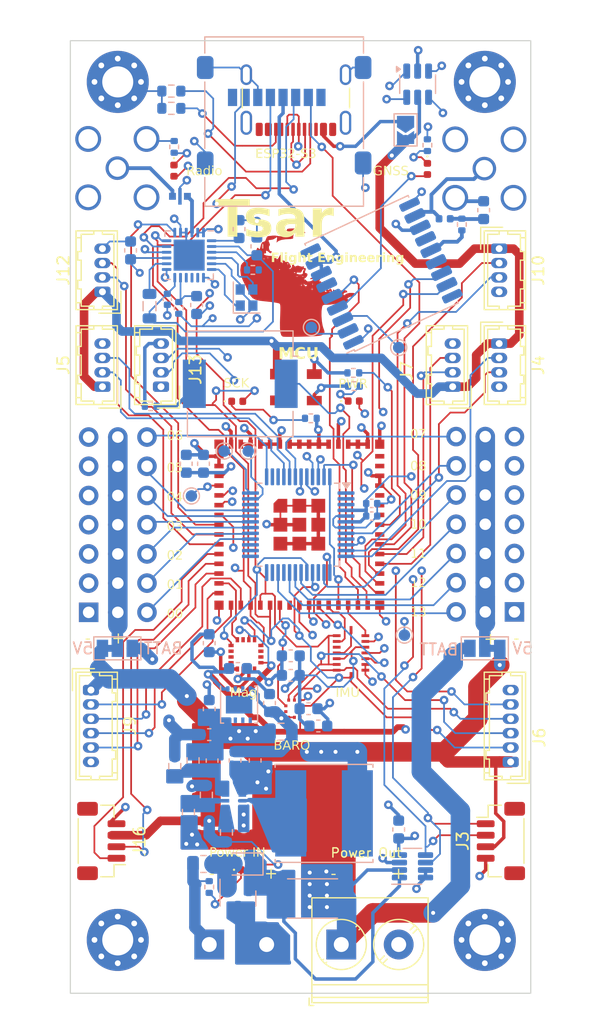
<source format=kicad_pcb>
(kicad_pcb (version 20240108) (generator "pcbnew") (generator_version "8.0")
  (layers (0 "F.Cu" signal) (1 "In1.Cu" signal) (2 "In2.Cu" signal) (31 "B.Cu" signal) (34 "B.Paste" user) (35 "F.Paste" user) (36 "B.SilkS" user "B.Silkscreen") (37 "F.SilkS" user "F.Silkscreen") (38 "B.Mask" user) (39 "F.Mask" user) (44 "Edge.Cuts" user))
  (net 0 "")
  (net 1 "Net-(AE1-A)")
  (net 2 "Net-(AE3-A)")
  (net 3 "Net-(BZ1--)")
  (net 4 "INA-")
  (net 5 "+5V")
  (net 6 "+3.3V")
  (net 7 "Net-(U2-CAP)")
  (net 8 "Net-(D1-A)")
  (net 9 "Net-(D2-K)")
  (net 10 "Net-(D3-K)")
  (net 11 "Net-(D6-K)")
  (net 12 "Net-(BZ1-+)")
  (net 13 "Net-(D4-K)")
  (net 16 "Net-(C14-Pad2)")
  (net 17 "ADC2{slash}STMG0{slash}JST")
  (net 18 "ADC1{slash}STMG0{slash}JST")
  (net 19 "Net-(U1-VCC_RF)")
  (net 22 "Net-(U1-RXD)")
  (net 23 "Net-(U1-TXD)")
  (net 25 "STMG0{slash}PD3{slash}JST")
  (net 26 "STMG0{slash}PD2{slash}JST")
  (net 27 "PWM1{slash}STMG0")
  (net 38 "GPS_TIMEPULSE")
  (net 39 "INA+")
  (net 40 "BatteryTerminal+")
  (net 41 "Net-(U4-SW)")
  (net 42 "Net-(U4-PG)")
  (net 43 "Net-(U4-EN)")
  (net 44 "Net-(U4-FB)")
  (net 45 "Net-(U6-VR_PA)")
  (net 46 "Net-(U6-DCC_FB)")
  (net 47 "Net-(U6-VBAT_IO)")
  (net 48 "Net-(U6-DCC_SW)")
  (net 49 "Net-(U6-XTA)")
  (net 50 "Net-(U6-XTB)")
  (net 54 "Net-(U6-RFIO)")
  (net 55 "SX12_CONN_STATUS")
  (net 57 "Net-(U6-NRESET)")
  (net 59 "Net-(D7-K)")
  (net 61 "Net-(D8-K1)")
  (net 62 "PWM20{slash}STMG0")
  (net 63 "PWM25{slash}STMG0")
  (net 67 "ESP32_D-")
  (net 68 "ESP32_D+")
  (net 69 "Net-(U10-IO0)")
  (net 70 "Net-(U10-EN)")
  (net 71 "PWM0{slash}STMG0")
  (net 72 "PWM22{slash}STMG0")
  (net 73 "PWM19{slash}STMG0")
  (net 74 "PWM21{slash}STMG0")
  (net 75 "PWM4{slash}STMG0")
  (net 76 "Net-(U22-INT1)")
  (net 77 "BatteryTerminal-")
  (net 78 "/esp32_s3/SDCard_CS")
  (net 79 "Net-(U10-IO42)")
  (net 80 "PWM2{slash}STMG0")
  (net 81 "Net-(JP3-C)")
  (net 82 "BARO_SCK{slash}ESP")
  (net 83 "BARO_MOSI{slash}ESP")
  (net 84 "BARO_MISO{slash}ESP")
  (net 85 "PWM23{slash}STMG0")
  (net 86 "ESP_IO37{slash}Headers")
  (net 87 "PWM24{slash}STMG0")
  (net 88 "PWM6{slash}STMG0")
  (net 89 "ESP_RX{slash}Headers")
  (net 90 "ESP_TX{slash}Headers")
  (net 91 "ESP_IO36{slash}Headers")
  (net 92 "ESP_IO5{slash}Headers")
  (net 93 "ESP_IO7{slash}Headers")
  (net 94 "ESP_IO6{slash}Headers")
  (net 95 "ESP_IO8{slash}Headers")
  (net 96 "PWM5{slash}STMG0")
  (net 97 "EXTINT GPS{slash}ESP")
  (net 98 "MAG_CS{slash}ESP")
  (net 99 "SX12_CS{slash}ESP")
  (net 100 "BARO_CS{slash}ESP")
  (net 101 "IMU_CSB2{slash}Gyro_CS{slash}ESP")
  (net 102 "IMU_INT2_Accel{slash}ESP")
  (net 103 "IMU_CSB1{slash}Accel_CS{slash}ESP")
  (net 104 "Net-(J8-CC1)")
  (net 105 "Net-(J8-CC2)")
  (net 106 "Net-(J8-D--PadA7)")
  (net 107 "Net-(J8-D+-PadA6)")
  (net 108 "Net-(JP2-A)")
  (net 111 "Net-(JP4-C)")
  (net 112 "PWM3{slash}STMG0")
  (net 113 "ESP_SCL{slash}Headers{slash}JST")
  (net 114 "ESP_SDA{slash}Headers{slash}JST")
  (net 115 "JST_CONN_CS{slash}JST")
  (net 116 "ESP_IO13{slash}Headers{slash}JST")
  (net 117 "ESP_IO9{slash}Headers{slash}JST")
  (net 118 "ESP_IO11{slash}Headers{slash}JST")
  (net 119 "ESP_IO12{slash}Headers{slash}JST")
  (net 137 "ESP_CS{slash}STMG0")
  (net 138 "ESP_INT{slash}STMG0")
  (net 139 "PB4{slash}STMG0{slash}JST")
  (net 140 "PB5{slash}STMG0{slash}JST")
  (net 141 "Net-(U8-PA14)")
  (net 142 "Net-(U8-PF2)")
  (net 143 "Net-(U8-PA13)")
  (footprint "Connector_Hirose:Hirose_DF13-04P-1.25DSA_1x04_P1.25mm_Vertical" (layer "F.Cu") (at 134.7 81.25 90)
    (property "Reference" "J12")
    (property "Value" "Conn_01x04")
  )
  (footprint "CustomFootprints:BMP390" (layer "F.Cu") (at 151.421 117.5 -90)
    (property "Reference" "U9" (hide yes))
    (property "Value" "BMP390")
  )
  (footprint "Connector_Hirose:Hirose_DF13-06P-1.25DSA_1x06_P1.25mm_Vertical" (layer "F.Cu") (at 133.7 115.875 -90)
    (property "Reference" "J9")
    (property "Value" "Conn_01x06")
  )
  (footprint "Connector_Coaxial:SMA_Amphenol_901-144_Vertical" (layer "F.Cu") (at 136 70.5 180)
    (property "Reference" "AE1" (hide yes))
    (property "Value" "Antenna" (hide yes))
  )
  (footprint "LED_SMD:LED_0402_1005Metric" (layer "F.Cu") (at 146.438629 90.770461)
    (property "Reference" "D6" (hide yes))
    (property "Value" "LED")
  )
  (footprint "CustomFootprints:MMC5983MA" (layer "F.Cu") (at 147.2 112.8)
    (property "Reference" "U2" (hide yes))
    (property "Value" "MMC5983MA")
  )
  (footprint "MountingHole:MountingHole_2.7mm_M2.5_Pad_Via" (layer "F.Cu") (at 168 137.6)
    (property "Reference" "H4" (hide yes))
    (property "Value" "MountingHole_Pad")
  )
  (footprint "LED_SMD:LED_0402_1005Metric" (layer "F.Cu") (at 140.9325 70.7175 -90)
    (property "Reference" "D7" (hide yes))
    (property "Value" "LED")
  )
  (footprint "Connector_Hirose:Hirose_DF13-04P-1.25DSA_1x04_P1.25mm_Vertical" (layer "F.Cu") (at 169.25 85.75 -90)
    (property "Reference" "J4")
    (property "Value" "Conn_01x04")
  )
  (footprint "CustomFootprints:PinHeader_3x05_P2.54mm_Vertical_Left" (layer "F.Cu") (at 170.58 109.08 180)
    (property "Reference" "J11" (hide yes))
    (property "Value" "~")
  )
  (footprint "CustomFootprints:PinHeader_3x05_P2.54mm_Vertical_Right" (layer "F.Cu") (at 138.58 109.12 180)
    (property "Reference" "J14" (hide yes))
    (property "Value" "~")
  )
  (footprint "LED_SMD:LED_0402_1005Metric" (layer "F.Cu") (at 156.587 90.75)
    (property "Reference" "D2" (hide yes))
    (property "Value" "LED")
  )
  (footprint "LOGO" (layer "F.Cu") (at 152.51978 85.005298)
    (property "Reference" "G***" (hide yes))
    (property "Value" "LOGO" (hide yes))
  )
  (footprint "RF_Module:ESP32-S2-MINI-1U" (layer "F.Cu") (at 151.85 101.5)
    (property "Reference" "U10" (hide yes))
    (property "Value" "ESP32-S3-MINI-1U")
  )
  (footprint "RGBLEDs:IN-PI22TAT5R5G5B" (layer "F.Cu") (at 151.55 89.55)
    (property "Reference" "D8" (hide yes))
    (property "Value" "ESP Status")
  )
  (footprint "LED_SMD:LED_0402_1005Metric" (layer "F.Cu") (at 147.25 131.5)
    (property "Reference" "D3" (hide yes))
    (property "Value" "LED")
  )
  (footprint "TerminalBlock_Phoenix:TerminalBlock_Phoenix_PT-1,5-2-5.0-H_1x02_P5.00mm_Horizontal" (layer "F.Cu") (at 144 138)
    (property "Reference" "J2" (hide yes))
    (property "Value" "TerminalBlock")
  )
  (footprint "Connector_JST:JST_SH_BM04B-SRSS-TB_1x04-1MP_P1.00mm_Vertical" (layer "F.Cu") (at 169.4 129 -90)
    (property "Reference" "J3")
    (property "Value" "Conn_01x04")
  )
  (footprint "Connector_USB:USB_C_Receptacle_GCT_USB4105-xx-A_16P_TopMnt_Horizontal" (layer "F.Cu") (at 151.55 63.45 180)
    (property "Reference" "J8" (hide yes))
    (property "Value" "USB_C_Receptacle")
  )
  (footprint "TerminalBlock_Phoenix:TerminalBlock_Phoenix_PT-1,5-2-5.0-H_1x02_P5.00mm_Horizontal" (layer "F.Cu") (at 155.5 138)
    (property "Reference" "J15" (hide yes))
    (property "Value" "TerminalBlock")
  )
  (footprint "Connector_Hirose:Hirose_DF13-04P-1.25DSA_1x04_P1.25mm_Vertical" (layer "F.Cu") (at 139.8 89.5 90)
    (property "Reference" "J13")
    (property "Value" "Conn_01x04")
  )
  (footprint "MountingHole:MountingHole_2.7mm_M2.5_Pad_Via" (layer "F.Cu") (at 168 63)
    (property "Reference" "H2" (hide yes))
    (property "Value" "MountingHole_Pad")
  )
  (footprint "MountingHole:MountingHole_2.7mm_M2.5_Pad_Via" (layer "F.Cu") (at 136.033641 137.6)
    (property "Reference" "H3" (hide yes))
    (property "Value" "MountingHole_Pad")
  )
  (footprint "Connector_Hirose:Hirose_DF13-04P-1.25DSA_1x04_P1.25mm_Vertical" (layer "F.Cu") (at 165.2 89.5 90)
    (property "Reference" "J7")
    (property "Value" "Conn_01x04")
  )
  (footprint "Connector_Hirose:Hirose_DF13-04P-1.25DSA_1x04_P1.25mm_Vertical" (layer "F.Cu") (at 169.25 77.5 -90)
    (property "Reference" "J10")
    (property "Value" "Conn_01x04")
  )
  (footprint "Connector_Coaxial:SMA_Amphenol_901-144_Vertical" (layer "F.Cu") (at 167.96 70.54)
    (property "Reference" "AE3" (hide yes))
    (property "Value" "Antenna")
  )
  (footprint "Connector_Hirose:Hirose_DF13-06P-1.25DSA_1x06_P1.25mm_Vertical" (layer "F.Cu") (at 170.25 122.125 90)
    (property "Reference" "J6")
    (property "Value" "Conn_01x06")
  )
  (footprint "Connector_JST:JST_SH_BM04B-SRSS-TB_1x04-1MP_P1.00mm_Vertical" (layer "F.Cu") (at 134.6 129 90)
    (property "Reference" "J16")
    (property "Value" "Conn_01x04")
  )
  (footprint "CustomFootprints:BMI088" (layer "F.Cu") (at 156.300001 112.499999)
    (property "Reference" "U22" (hide yes))
    (property "Value" "BMI088")
  )
  (footprint "LED_SMD:LED_0402_1005Metric" (layer "F.Cu") (at 163 70.5675 -90)
    (property "Reference" "D4" (hide yes))
    (property "Value" "LED")
  )
  (footprint "Connector_Hirose:Hirose_DF13-04P-1.25DSA_1x04_P1.25mm_Vertical" (layer "F.Cu") (at 134.7 89.5 90)
    (property "Reference" "J5")
    (property "Value" "Conn_01x04")
  )
  (footprint "MountingHole:MountingHole_2.7mm_M2.5_Pad_Via" (layer "F.Cu") (at 136.033641 63)
    (property "Reference" "H1" (hide yes))
    (property "Value" "MountingHole_Pad")
  )
  (footprint "TestPoint:TestPoint_Pad_D1.0mm" (layer "B.Cu") (at 147.4 95.1 180)
    (property "Reference" "TP1" (hide yes))
    (property "Value" "TestPoint")
  )
  (footprint "Capacitor_SMD:C_0603_1608Metric" (layer "B.Cu") (at 144.25 122.01 -90)
    (property "Reference" "C18" (hide yes))
    (property "Value" "100nF")
  )
  (footprint "Connector_Card:microSD_HC_Molex_47219-2001" (layer "B.Cu") (at 150.525 66.45 180)
    (property "Reference" "J1" (hide yes))
    (property "Value" "Micro_SD_Card")
  )
  (footprint "Resistor_SMD:R_0402_1005Metric" (layer "B.Cu") (at 147.8 79.35 180)
    (property "Reference" "R35" (hide yes))
    (property "Value" "1k")
  )
  (footprint "Capacitor_SMD:C_0603_1608Metric" (layer "B.Cu") (at 144 117.525 90)
    (property "Reference" "C2" (hide yes))
    (property "Value" "4.7uF")
  )
  (footprint "Resistor_SMD:R_0402_1005Metric" (layer "B.Cu") (at 138.9 91.2 180)
    (property "Reference" "R26" (hide yes))
    (property "Value" "DNF")
  )
  (footprint "Package_TO_SOT_SMD:SOT-23" (layer "B.Cu") (at 146.5 134 -90)
    (property "Reference" "Q1" (hide yes))
    (property "Value" "Si2369BDS MOSFET P-CH 30V 5.6A/7.5A" (hide yes))
  )
  (footprint "CustomFootprints:SOT50P160X60-6N" (layer "B.Cu") (at 146.15 125.5 180)
    (property "Reference" "U4" (hide yes))
    (property "Value" "TPS564257DRLR")
  )
  (footprint "CustomFootprints:2450FM07A0029001T" (layer "B.Cu") (at 141.45 72.95 180)
    (property "Reference" "U7" (hide yes))
    (property "Value" "2450FM07A0029001T")
  )
  (footprint "Buzzer_Beeper:Buzzer_CUI_CPT-9019S-SMT" (layer "B.Cu") (at 146.7 89.25 180)
    (property "Reference" "BZ1" (hide yes))
    (property "Value" "Buzzer" (hide yes))
  )
  (footprint "Resistor_SMD:R_0402_1005Metric" (layer "B.Cu") (at 152.85 92.25)
    (property "Reference" "R20" (hide yes))
    (property "Value" "1k")
  )
  (footprint "Capacitor_SMD:C_0603_1608Metric" (layer "B.Cu") (at 146.6 75.8 90)
    (property "Reference" "C4" (hide yes))
    (property "Value" "10nF")
  )
  (footprint "Jumper:SolderJumper-3_P1.3mm_Bridged12_Pad1.0x1.5mm_NumberLabels" (layer "B.Cu") (at 168 112.25 180)
    (property "Reference" "JP3" (hide yes))
    (property "Value" "SolderJumper_3_Bridged12")
  )
  (footprint "Capacitor_SMD:C_0603_1608Metric" (layer "B.Cu") (at 148.15 77.3 90)
    (property "Reference" "C7" (hide yes))
    (property "Value" "10nF")
  )
  (footprint "Capacitor_SMD:C_0402_1005Metric" (layer "B.Cu") (at 140.35 81.9 -90)
    (property "Reference" "C9" (hide yes))
    (property "Value" "470nF")
  )
  (footprint "Resistor_SMD:R_0402_1005Metric" (layer "B.Cu") (at 156.6 89.45 180)
    (property "Reference" "R15" (hide yes))
    (property "Value" "1k")
  )
  (footprint "Capacitor_SMD:C_0603_1608Metric" (layer "B.Cu") (at 148 122 90)
    (property "Reference" "C17" (hide yes))
    (property "Value" "100nF")
  )
  (footprint "Package_DFN_QFN:MLF-8-1EP_3x3mm_P0.65mm_EP1.55x2.3mm" (layer "B.Cu") (at 146.6 117.14 -90)
    (property "Reference" "U5" (hide yes))
    (property "Value" "AP7361C-33FGE-7")
  )
  (footprint "Capacitor_SMD:C_0402_1005Metric" (layer "B.Cu") (at 158.15 100.75)
    (property "Reference" "C16" (hide yes))
    (property "Value" "4.7uf")
  )
  (footprint "Capacitor_SMD:C_0603_1608Metric" (layer "B.Cu") (at 143.5 96.2 90)
    (property "Reference" "C13" (hide yes))
    (property "Value" "10uF")
  )
  (footprint "Capacitor_SMD:C_0603_1608Metric" (layer "B.Cu") (at 149.25 117 -90)
    (property "Reference" "C5" (hide yes))
    (property "Value" "10uF")
  )
  (footprint "Capacitor_SMD:C_0603_1608Metric" (layer "B.Cu") (at 144 119.75 180)
    (property "Reference" "C20" (hide yes))
    (property "Value" "100nF")
  )
  (footprint "Resistor_SMD:R_0603_1608Metric" (layer "B.Cu") (at 140.7 65.3)
    (property "Reference" "R14" (hide yes))
    (property "Value" "5.1k" (hide yes))
  )
  (footprint "Resistor_SMD:R_0603_1608Metric" (layer "B.Cu") (at 142.5925 122 -90)
    (property "Reference" "R29" (hide yes))
    (property "Value" "220k")
  )
  (footprint "Capacitor_SMD:C_0603_1608Metric" (layer "B.Cu") (at 153.5 119 180)
    (property "Reference" "C11" (hide yes))
    (property "Value" "100nF")
  )
  (footprint "Jumper:SolderJumper-3_P1.3mm_Bridged12_Pad1.0x1.5mm_NumberLabels" (layer "B.Cu") (at 136 112.25)
    (property "Reference" "JP4" (hide yes))
    (property "Value" "SolderJumper_3_Bridged12")
  )
  (footprint "Package_TO_SOT_SMD:SOT-23-6" (layer "B.Cu") (at 162.15 63.2 -90)
    (property "Reference" "U12" (hide yes))
    (property "Value" "USBLC6-2SC6")
  )
  (footprint "Package_TO_SOT_SMD:SOT-23-8" (layer "B.Cu") (at 161.7 131.2)
    (property "Reference" "U11" (hide yes))
    (property "Value" "INA219AxDCN" (hide yes))
  )
  (footprint "Capacitor_SMD:C_0603_1608Metric" (layer "B.Cu") (at 160.5 128 -90)
    (property "Reference" "C23" (hide yes))
    (property "Value" "100nF" (hide yes))
  )
  (footprint "Capacitor_SMD:C_0603_1608Metric" (layer "B.Cu") (at 151.1 112.9 180)
    (property "Reference" "C82" (hide yes))
    (property "Value" "100nF")
  )
  (footprint "Capacitor_SMD:C_0603_1608Metric" (layer "B.Cu") (at 142 96.2 90)
    (property "Reference" "C12" (hide yes))
    (property "Value" "100nF")
  )
  (footprint "Resistor_SMD:R_0402_1005Metric" (layer "B.Cu") (at 141.35 82.65 90)
    (property "Reference" "R25" (hide yes))
    (property "Value" "DNF")
  )
  (footprint "Inductor_SMD:L_0805_2012Metric" (layer "B.Cu") (at 138.8 82.5 90)
    (property "Reference" "L1" (hide yes))
    (property "Value" "15uH")
  )
  (footprint "Resistor_SMD:R_0603_1608Metric" (layer "B.Cu") (at 142.19 126.49 90)
    (property "Reference" "R10" (hide yes))
    (property "Value" "113k")
  )
  (footprint "Resistor_SMD:R_0805_2012Metric" (layer "B.Cu") (at 143.5 131 180)
    (property "Reference" "R5" (hide yes))
    (property "Value" "100k")
  )
  (footprint "TestPoint:TestPoint_Pad_D1.0mm" (layer "B.Cu") (at 161 111.1 180)
    (property "Reference" "TP3" (hide yes))
    (property "Value" "TestPoint")
  )
  (footprint "Capacitor_SMD:C_0402_1005Metric" (layer "B.Cu") (at 158.15 99.65)
    (property "Reference" "C21" (hide yes))
    (property "Value" "100nF")
  )
  (footprint "Inductor_SMD:L_0402_1005Metric" (layer "B.Cu") (at 164.5 74.9)
    (property "Reference" "L5" (hide yes))
    (property "Value" "27 nH, 5% ")
  )
  (footprint "Resistor_SMD:R_0402_1005Metric" (layer "B.Cu") (at 166 75.4 -90)
    (property "Reference" "R6" (hide yes))
    (property "Value" "10 Ω, 5%, 0.25 W")
  )
  (footprint "Resistor_SMD:R_0402_1005Metric" (layer "B.Cu") (at 140.95 68.65 90)
    (property "Reference" "R24" (hide yes))
    (property "Value" "1k")
  )
  (footprint "RF_GPS:ublox_MAX" (layer "B.Cu") (at 159 79.65 25)
    (property "Reference" "U1" (hide yes))
    (property "Value" "MAX-M10S")
  )
  (footprint "Jumper:SolderJumper-2_P1.3mm_Open_TrianglePad1.0x1.5mm" (layer "B.Cu") (at 161.1 67.175 -90)
    (property "Reference" "JP2" (hide yes))
    (property "Value" "VBUS")
  )
  (footprint "Resistor_SMD:R_0603_1608Metric" (layer "B.Cu") (at 145.5 128.25 90)
    (property "Reference" "R28" (hide yes))
    (property "Value" "10k")
  )
  (footprint "Capacitor_SMD:C_0603_1608Metric" (layer "B.Cu") (at 137.15 77.65 90)
    (property "Reference" "C10" (hide yes))
    (property "Value" "100nF")
  )
  (footprint "Diode_SMD:D_0805_2012Metric" (layer "B.Cu") (at 147 131 180)
    (property "Reference" "D1" (hide yes))
    (property "Value" "PDZ10B, 115 10V 400mW")
  )
  (footprint "Capacitor_SMD:C_0603_1608Metric" (layer "B.Cu") (at 151.1 114.6 180)
    (property "Reference" "C83" (hide yes))
    (property "Value" "100nF")
  )
  (footprint "Package_QFP:LQFP-48_7x7mm_P0.5mm" (layer "B.Cu") (at 151.75 101.5 180)
    (property "Reference" "U8" (hide yes))
    (property "Value" "STM32G031C6Tx")
  )
  (footprint "TestPoint:TestPoint_Pad_D1.0mm" (layer "B.Cu") (at 142.45 99 180)
    (property "Reference" "TP8" (hide yes))
    (property "Value" "Bootio")
  )
  (footprint "Resistor_SMD:R_0603_1608Metric" (layer "B.Cu") (at 141 122.5 90)
    (property "Reference" "R30" (hide yes))
    (property "Value" "30k")
  )
  (footprint "Package_DFN_QFN:QFN-24-1EP_4x4mm_P0.5mm_EP2.7x2.7mm" (layer "B.Cu") (at 142.25 78.0625 180)
    (property "Reference" "U6" (hide yes))
    (property "Value" "SX1280IMLTRT")
  )
  (footprint "Resistor_SMD:R_2512_6332Metric" (layer "B.Cu") (at 153 134)
    (property "Reference" "R8" (hide yes))
    (property "Value" "0.01")
  )
  (footprint "Capacitor_SMD:C_0603_1608Metric" (layer "B.Cu") (at 146.5 114)
    (property "Reference" "C3" (hide yes))
    (property "Value" "4.7uF")
  )
  (footprint "Capacitor_SMD:C_0805_2012Metric" (layer "B.Cu") (at 150.25 119.5)
    (property "Reference" "C19" (hide yes))
    (property "Value" "22uF")
  )
  (footprint "Resistor_SMD:R_0603_1608Metric" (layer "B.Cu") (at 140.7 63.8)
    (property "Reference" "R16" (hide yes))
    (property "Value" "5.1k" (hide yes))
  )
  (footprint "Crystal:Crystal_SMD_2016-4Pin_2.0x1.6mm" (layer "B.Cu") (at 147.25 81.75 90)
    (property "Reference" "Y1" (hide yes))
    (property "Value" "52MHz")
  )
  (footprint "Capacitor_SMD:C_0603_1608Metric" (layer "B.Cu") (at 152.65 117.5 180)
    (property "Reference" "C1" (hide yes))
    (property "Value" "100nF")
  )
  (footprint "TestPoint:TestPoint_Pad_D1.0mm" (layer "B.Cu") (at 145.3 95.1 180)
    (property "Reference" "TP2" (hide yes))
    (property "Value" "TestPoint")
  )
  (footprint "Capacitor_SMD:C_0603_1608Metric" (layer "B.Cu") (at 167.9 74.15 -90)
    (property "Reference" "C14" (hide yes))
    (property "Value" "10 nF, 10%, 16 V, X7R")
  )
  (footprint "Resistor_SMD:R_0603_1608Metric" (layer "B.Cu") (at 143.75 125 90)
    (property "Reference" "R13" (hide yes))
    (property "Value" "30k")
  )
  (footprint "Capacitor_SMD:C_0603_1608Metric" (layer "B.Cu") (at 146.25 122 90)
    (property "Reference" "C15" (hide yes))
    (property "Value" "10uF")
  )
  (footprint "Resistor_SMD:R_0402_1005Metric" (layer "B.Cu") (at 144 133 90)
    (property "Reference" "R17" (hide yes))
    (property "Value" "1k")
  )
  (footprint "TestPoint:TestPoint_Pad_D1.0mm" (layer "B.Cu") (at 152.9 84.35 -90)
    (property "Reference" "TP6" (hide yes))
    (property "Value" "GPS TXD")
  )
  (footprint "TestPoint:TestPoint_Pad_D1.0mm" (layer "B.Cu") (at 160.5 86.1 -90)
    (property "Reference" "TP5" (hide yes))
    (property "Value" "GPS RXD")
  )
  (footprint "Resistor_SMD:R_0402_1005Metric" (layer "B.Cu") (at 163 68.5 90)
    (property "Reference" "R23" (hide yes))
    (property "Value" "1k")
  )
  (footprint "Capacitor_SMD:C_0603_1608Metric" (layer "B.Cu") (at 144 111.8 -90)
    (property "Reference" "C6" (hide yes))
    (property "Value" "1uF")
  )
  (footprint "Inductor_SMD:L_Cenker_CKCS8040" (layer "B.Cu") (at 154 126.6)
    (property "Reference" "L2" (hide yes))
    (property "Value" "4.7uH")
  )
  (footprint "Capacitor_SMD:C_0603_1608Metric" (layer "B.Cu") (at 142.9 82.4 -90)
    (property "Reference" "C8" (hide yes))
    (property "Value" "100nF")
  )
  (footprint "Resistor_SMD:R_0402_1005Metric" (layer "B.Cu") (at 156.55 88.3 180)
    (property "Reference" "R22" (hide yes))
    (property "Value" "1k")
  )
  (gr_rect (start 131.906 59.418) (end 172 142.24) (stroke (width 0.1)) (fill none) (layer "Edge.Cuts"))
  (gr_text "PWR" (at 155.25 89.75 0) (layer "F.SilkS") (effects (font (size 0.8 0.8) (thickness 0.125)) (justify left bottom)))
  (gr_text "+" (at 167.91 112.06 0) (layer "F.SilkS") (effects (font (size 1 1) (thickness 0.125)) (justify left bottom)))
  (gr_text "SCK" (at 145.25 89.7 0) (layer "F.SilkS") (effects (font (size 0.8 0.8) (thickness 0.125)) (justify left bottom)))
  (gr_text "10" (at 161.5 101.981 0) (layer "F.SilkS") (effects (font (size 0.8 0.8) (thickness 0.125)) (justify left bottom)))
  (gr_text "00" (at 140.302 109.755 0) (layer "F.SilkS") (effects (font (size 0.8 0.8) (thickness 0.125)) (justify left bottom)))
  (gr_text "IMU" (at 155 116.6 0) (layer "F.SilkS") (effects (font (size 0.8 0.8) (thickness 0.125)) (justify left bottom)))
  (gr_text "-" (at 154.571 132.461 0) (layer "F.SilkS") (effects (font (size 1 1) (thickness 0.125)) (justify left bottom)))
  (gr_text "02" (at 140.302 104.675 0) (layer "F.SilkS") (effects (font (size 0.8 0.8) (thickness 0.125)) (justify left bottom)))
  (gr_text "Radio" (at 142 71.25 0) (layer "F.SilkS") (effects (font (size 0.8 0.8) (thickness 0.125)) (justify left bottom)))
  (gr_text "01" (at 140.302 107.215 0) (layer "F.SilkS") (effects (font (size 0.8 0.8) (thickness 0.125)) (justify left bottom)))
  (gr_text "-" (at 170.5 112 0) (layer "F.SilkS") (effects (font (size 1 1) (thickness 0.125)) (justify left bottom)))
  (gr_text "+" (at 159.905 132.461 0) (layer "F.SilkS") (effects (font (size 1 1) (thickness 0.125)) (justify left bottom)))
  (gr_text "03" (at 140.302 102.135 0) (layer "F.SilkS") (effects (font (size 0.8 0.8) (thickness 0.125)) (justify left bottom)))
  (gr_text "Flight Engineering" (at 149.35 78.8 0) (layer "F.SilkS") (effects (font (size 0.8 0.8) (thickness 0.2) (bold yes)) (justify left bottom)))
  (gr_text "11" (at 161.5 104.521 0) (layer "F.SilkS") (effects (font (size 0.8 0.8) (thickness 0.125)) (justify left bottom)))
  (gr_text "-" (at 133.171 112 0) (layer "F.SilkS") (effects (font (size 1 1) (thickness 0.125)) (justify left bottom)))
  (gr_text "04" (at 140.302 99.595 0) (layer "F.SilkS") (effects (font (size 0.8 0.8) (thickness 0.125)) (justify left bottom)))
  (gr_text "Mag" (at 145.8 116.6 0) (layer "F.SilkS") (effects (font (size 0.8 0.8) (thickness 0.125)) (justify left bottom)))
  (gr_text "06" (at 140.302 94.261 0) (layer "F.SilkS") (effects (font (size 0.8 0.8) (thickness 0.125)) (justify left bottom)))
  (gr_text "GNSS" (at 158.25 71.25 0) (layer "F.SilkS") (effects (font (size 0.8 0.8) (thickness 0.125)) (justify left bottom)))
  (gr_text "09" (at 161.5 99.441 0) (layer "F.SilkS") (effects (font (size 0.8 0.8) (thickness 0.125) (italic yes)) (justify left bottom)))
  (gr_text "05" (at 140.302 97.055 0) (layer "F.SilkS") (effects (font (size 0.8 0.8) (thickness 0.125)) (justify left bottom)))
  (gr_text "+" (at 148.8 132.45 0) (layer "F.SilkS") (effects (font (size 1 1) (thickness 0.125)) (justify left bottom)))
  (gr_text "13" (at 161.5 109.601 0) (layer "F.SilkS") (effects (font (size 0.8 0.8) (thickness 0.125)) (justify left bottom)))
  (gr_text "08" (at 161.5 96.901 0) (layer "F.SilkS") (effects (font (size 0.8 0.8) (thickness 0.125) (italic yes)) (justify left bottom)))
  (gr_text "Power IN" (at 144 130.5 0) (layer "F.SilkS") (effects (font (size 0.8 0.8) (thickness 0.125)) (justify left bottom)))
  (gr_text "ESP32-S3" (at 148 69.75 0) (layer "F.SilkS") (effects (font (size 0.8 0.8) (thickness 0.125)) (justify left bottom)))
  (gr_text "-" (at 143.974 132.45 0) (layer "F.SilkS") (effects (font (size 1 1) (thickness 0.125)) (justify left bottom)))
  (gr_text "07" (at 161.5 94.127 0) (layer "F.SilkS") (effects (font (size 0.8 0.8) (thickness 0.125) (italic yes)) (justify left bottom)))
  (gr_text "+" (at 135.5 112 0) (layer "F.SilkS") (effects (font (size 1 1) (thickness 0.125)) (justify left bottom)))
  (gr_text "MCU" (at 150 87.25 0) (layer "F.SilkS") (effects (font (size 1 1) (thickness 0.15) (bold yes)) (justify left bottom)))
  (gr_text "Power Out" (at 154.5 130.5 0) (layer "F.SilkS") (effects (font (size 0.8 0.8) (thickness 0.125)) (justify left bottom)))
  (gr_text "BARO" (at 149.6 121.2 0) (layer "F.SilkS") (effects (font (size 0.8 0.8) (thickness 0.125)) (justify left bottom)))
  (gr_text "12" (at 161.5 107.061 0) (layer "F.SilkS") (effects (font (size 0.8 0.8) (thickness 0.125)) (justify left bottom)))
  (gr_text "Tsar" (at 144.5 77 0) (layer "F.SilkS") (effects (font (size 3.2 3.2) (thickness 0.64) (bold yes)) (justify left bottom)))
  (segment (start 140.8 72.45) (end 138.85 70.5) (width 0.33) (layer "B.Cu") (net 1))
  (segment (start 138.85 70.5) (end 136 70.5) (width 0.33) (layer "B.Cu") (net 1))
  (segment (start 140.8 72.95) (end 140.8 72.45) (width 0.33) (layer "B.Cu") (net 1))
  (segment (start 162.26207 74.3) (end 161.910322 74.651748) (width 0.33) (layer "B.Cu") (net 2))
  (segment (start 164.015 74.9) (end 164.015 74.765) (width 0.33) (layer "B.Cu") (net 2))
  (segment (start 163.35 74.3) (end 163.35 72.8) (width 0.33) (layer "B.Cu") (net 2))
  (segment (start 167.05 71.45) (end 167.96 70.54) (width 0.33) (layer "B.Cu") (net 2))
  (segment (start 163.55 74.3) (end 163.35 74.3) (width 0.33) (layer "B.Cu") (net 2))
  (segment (start 163.35 72.8) (end 164.7 71.45) (width 0.33) (layer "B.Cu") (net 2))
  (segment (start 164.015 74.765) (end 163.55 74.3) (width 0.33) (layer "B.Cu") (net 2))
  (segment (start 163.35 74.3) (end 162.26207 74.3) (width 0.33) (layer "B.Cu") (net 2))
  (segment (start 164.7 71.45) (end 167.05 71.45) (width 0.33) (layer "B.Cu") (net 2))
  (segment (start 142.7 89.6) (end 142.7 89.25) (width 0.3) (layer "B.Cu") (net 3))
  (segment (start 141.1 91.2) (end 142.7 89.6) (width 0.3) (layer "B.Cu") (net 3))
  (segment (start 139.41 91.2) (end 141.1 91.2) (width 0.3) (layer "B.Cu") (net 3))
  (segment (start 158.25 135.25) (end 155.5 138) (width 1.7) (layer "F.Cu") (net 4))
  (segment (start 163.5 135.25) (end 158.25 135.25) (width 1.7) (layer "F.Cu") (net 4))
  (via (at 148.95 124.45) (size 0.75) (drill 0.35) (layers "F.Cu" "B.Cu") (net 4))
  (via (at 142 129.25) (size 0.75) (drill 0.35) (layers "F.Cu" "B.Cu") (net 4))
  (via (at 152.75 132.75) (size 0.75) (drill 0.35) (layers "F.Cu" "B.Cu") (net 4))
  (via (at 139.05 113.2) (size 0.75) (drill 0.35) (layers "F.Cu" "B.Cu") (net 4))
  (via (at 152.75 134.75) (size 0.75) (drill 0.35) (layers "F.Cu" "B.Cu") (net 4))
  (via (at 148.2 123.9) (size 0.75) (drill 0.35) (layers "F.Cu" "B.Cu") (net 4))
  (via (at 154.25 134.75) (size 0.75) (drill 0.35) (layers "F.Cu" "B.Cu") (net 4))
  (via (at 154.2 131.65) (size 0.75) (drill 0.35) (layers "F.Cu" "B.Cu") (net 4))
  (via (at 149.15 122.95) (size 0.75) (drill 0.35) (layers "F.Cu" "B.Cu") (net 4))
  (via (at 152.75 131.75) (size 0.75) (drill 0.35) (layers "F.Cu" "B.Cu") (net 4))
  (via (at 142.5 128.45) (size 0.75) (drill 0.35) (layers "F.Cu" "B.Cu") (net 4))
  (via (at 152.75 133.75) (size 0.75) (drill 0.35) (layers "F.Cu" "B.Cu") (net 4))
  (via (at 163.5 135.25) (size 0.75) (drill 0.35) (layers "F.Cu" "B.Cu") (net 4))
  (via (at 154.25 133.75) (size 0.75) (drill 0.35) (layers "F.Cu" "B.Cu") (net 4))
  (via (at 142.95 129.3) (size 0.75) (drill 0.35) (layers "F.Cu" "B.Cu") (net 4))
  (via (at 154.25 132.75) (size 0.75) (drill 0.35) (layers "F.Cu" "B.Cu") (net 4))
  (segment (start 155.9625 133.3375) (end 155.9625 134) (width 0.3) (layer "B.Cu") (net 4))
  (segment (start 165.95 112.25) (end 165.25 112.95) (width 1) (layer "B.Cu") (net 4))
  (segment (start 165.875 132.875) (end 165.875 126.375) (width 1.7) (layer "B.Cu") (net 4))
  (segment (start 162.475 116.325) (end 165.25 113.55) (width 1.7) (layer "B.Cu") (net 4))
  (segment (start 163.5 135.25) (end 165.875 132.875) (width 1.7) (layer "B.Cu") (net 4))
  (segment (start 139.05 113.2) (end 138.1 112.25) (width 1) (layer "B.Cu") (net 4))
  (segment (start 160.5625 131.525) (end 157.775 131.525) (width 0.3) (layer "B.Cu") (net 4))
  (segment (start 165.875 126.375) (end 162.475 122.975) (width 1.7) (layer "B.Cu") (net 4))
  (segment (start 155.5 138) (end 155.9625 137.5375) (width 1.7) (layer "B.Cu") (net 4))
  (segment (start 165.25 113.55) (end 165.25 112.95) (width 1.7) (layer "B.Cu") (net 4))
  (segment (start 166.7 112.25) (end 165.95 112.25) (width 1) (layer "B.Cu") (net 4))
  (segment (start 162.475 122.975) (end 162.475 116.325) (width 1.7) (layer "B.Cu") (net 4))
  (segment (start 138.1 112.25) (end 137.3 112.25) (width 1) (layer "B.Cu") (net 4))
  (segment (start 155.9625 137.5375) (end 155.9625 134) (width 1.7) (layer "B.Cu") (net 4))
  (segment (start 157.775 131.525) (end 155.9625 133.3375) (width 0.3) (layer "B.Cu") (net 4))
  (segment (start 158.85 70.45) (end 159.9 69.4) (width 0.75) (layer "F.Cu") (net 5))
  (segment (start 164.5 121.25) (end 147.75 121.25) (width 1.7) (layer "F.Cu") (net 5))
  (segment (start 142.05 116.8) (end 145.175 119.925) (width 1.7) (layer "F.Cu") (net 5))
  (segment (start 171 85) (end 170.25 85.75) (width 0.75) (layer "F.Cu") (net 5))
  (segment (start 168.25 85.75) (end 169.25 85.75) (width 0.75) (layer "F.Cu") (net 5))
  (segment (start 167.25 86.75) (end 168.25 85.75) (width 0.75) (layer "F.Cu") (net 5))
  (segment (start 145.175 119.925) (end 146.175 119.925) (width 1.7) (layer "F.Cu") (net 5))
  (segment (start 170.5 77.5) (end 167.1 77.5) (width 0.75) (layer "F.Cu") (net 5))
  (segment (start 169.65 128.699999) (end 169.65 127.3) (width 0.3) (layer "F.Cu") (net 5))
  (segment (start 168.849999 129.5) (end 169.65 128.699999) (width 0.3) (layer "F.Cu") (net 5))
  (segment (start 164.5 121.875) (end 164.75 122.125) (width 1) (layer "F.Cu") (net 5))
  (segment (start 149.9195 88.407) (end 149.9195 86.0195) (width 0.75) (layer "F.Cu") (net 5))
  (segment (start 139.75 127.25) (end 144 127.25) (width 0.75) (layer "F.Cu") (net 5))
  (segment (start 158.85 75.7) (end 158.85 70.45) (width 0.75) (layer "F.Cu") (net 5))
  (segment (start 171 78) (end 171 85) (width 0.75) (layer "F.Cu") (net 5))
  (segment (start 133.1 82.35) (end 133.1 88.6) (width 0.75) (layer "F.Cu") (net 5))
  (segment (start 133.1 88.6) (end 134 89.5) (width 0.75) (layer "F.Cu") (net 5))
  (segment (start 167.25 88.75) (end 167.25 86.75) (width 0.75) (layer "F.Cu") (net 5))
  (segment (start 148.185 131.05) (end 147.735 131.5) (width 0.15) (layer "F.Cu") (net 5))
  (segment (start 164.5 121.25) (end 167.4 118.35) (width 1.7) (layer "F.Cu") (net 5))
  (segment (start 150 131.05) (end 148.185 131.05) (width 0.15) (layer "F.Cu") (net 5))
  (segment (start 164.75 122.125) (end 169.3 122.125) (width 1) (layer "F.Cu") (net 5))
  (segment (start 161.95 78.8) (end 158.85 75.7) (width 0.75) (layer "F.Cu") (net 5))
  (segment (start 167.4 115.6) (end 169.3 113.7) (width 1.7) (layer "F.Cu") (net 5))
  (segment (start 149.9195 86.0195) (end 149.425 85.525) (width 0.75) (layer "F.Cu") (net 5))
  (segment (start 134.2 81.25) (end 133.1 82.35) (width 0.75) (layer "F.Cu") (net 5))
  (segment (start 138.5 128.5) (end 139.75 127.25) (width 0.75) (layer "F.Cu") (net 5))
  (segment (start 134 89.5) (end 134.7 89.5) (width 0.75) (layer "F.Cu") (net 5))
  (segment (start 169.65 127.3) (end 168.95 126.6) (width 0.3) (layer "F.Cu") (net 5))
  (segment (start 168.95 122.475) (end 169.3 122.125) (width 0.3) (layer "F.Cu") (net 5))
  (segment (start 142.05 116.4) (end 142.05 116.8) (width 1.7) (layer "F.Cu") (net 5))
  (segment (start 169.25 77.5) (end 170.5 77.5) (width 0.75) (layer "F.Cu") (net 5))
  (segment (start 168.95 126.6) (end 168.95 122.475) (width 0.3) (layer "F.Cu") (net 5))
  (segment (start 170.25 85.75) (end 169.25 85.75) (width 0.75) (layer "F.Cu") (net 5))
  (segment (start 165.2 89.5) (end 166.5 89.5) (width 0.75) (layer "F.Cu") (net 5))
  (segment (start 170.5 77.5) (end 171 78) (width 0.75) (layer "F.Cu") (net 5))
  (segment (start 147.75 121.25) (end 146.425 119.925) (width 1.7) (layer "F.Cu") (net 5))
  (segment (start 166.5 89.5) (end 167.25 88.75) (width 0.75) (layer "F.Cu") (net 5))
  (segment (start 164.5 121.25) (end 164.5 121.875) (width 1) (layer "F.Cu") (net 5))
  (segment (start 165.8 78.8) (end 161.95 78.8) (width 0.75) (layer "F.Cu") (net 5))
  (segment (start 168.075 129.5) (end 168.849999 129.5) (width 0.3) (layer "F.Cu") (net 5))
  (segment (start 167.1 77.5) (end 165.8 78.8) (width 0.75) (layer "F.Cu") (net 5))
  (segment (start 135.525 128.5) (end 138.5 128.5) (width 0.75) (layer "F.Cu") (net 5))
  (segment (start 134.7 81.25) (end 134.2 81.25) (width 0.75) (layer "F.Cu") (net 5))
  (segment (start 169.3 122.125) (end 170.25 122.125) (width 1) (layer "F.Cu") (net 5))
  (segment (start 167.4 118.35) (end 167.4 115.6) (width 1.7) (layer "F.Cu") (net 5))
  (via (at 156.9 121.25) (size 0.75) (drill 0.35) (layers "F.Cu" "B.Cu") (net 5))
  (via (at 144 127.25) (size 0.75) (drill 0.35) (layers "F.Cu" "B.Cu") (net 5))
  (via (at 169.3 113.7) (size 0.75) (drill 0.35) (layers "F.Cu" "B.Cu") (net 5))
  (via (at 147.35 120.1) (size 0.75) (drill 0.35) (layers "F.Cu" "B.Cu") (net 5))
  (via (at 142.05 116.4) (size 0.75) (drill 0.35) (layers "F.Cu" "B.Cu") (net 5))
  (via (at 150 131.05) (size 0.75) (drill 0.35) (layers "F.Cu" "B.Cu") (net 5))
  (via (at 153.75 121.25) (size 0.75) (drill 0.35) (layers "F.Cu" "B.Cu") (net 5))
  (via (at 159.9 69.4) (size 0.75) (drill 0.35) (layers "F.Cu" "B.Cu") (net 5))
  (via (at 155 121.25) (size 0.75) (drill 0.35) (layers "F.Cu" "B.Cu") (net 5))
  (via (at 152.5 121.25) (size 0.75) (drill 0.35) (layers "F.Cu" "B.Cu") (net 5))
  (via (at 146.6 119.45) (size 0.75) (drill 0.35) (layers "F.Cu" "B.Cu") (net 5))
  (via (at 149.425 85.525) (size 0.75) (drill 0.35) (layers "F.Cu" "B.Cu") (net 5))
  (via (at 148.05 119.45) (size 0.75) (drill 0.35) (layers "F.Cu" "B.Cu") (net 5))
  (via (at 145.85 120.1) (size 0.75) (drill 0.35) (layers "F.Cu" "B.Cu") (net 5))
  (segment (start 140.6 84.7) (end 141.425 85.525) (width 0.75) (layer "B.Cu") (net 5))
  (segment (start 154.75 87) (end 159 87) (width 0.75) (layer "B.Cu") (net 5))
  (segment (start 144 128.5) (end 144 127.25) (width 1) (layer "B.Cu") (net 5))
  (segment (start 140.55 114.9) (end 142.05 116.4) (width 1.7) (layer "B.Cu") (net 5))
  (segment (start 149.9 86) (end 153.75 86) (width 0.75) (layer "B.Cu") (net 5))
  (segment (start 153.75 86) (end 154.75 87) (width 0.75) (layer "B.Cu") (net 5))
  (segment (start 156.9 121.25) (end 152.75 121.25) (width 1.7) (layer "B.Cu") (net 5))
  (segment (start 135.925 82.475) (end 135.925 84.225) (width 0.75) (layer "B.Cu") (net 5))
  (segment (start 162.3 67.35) (end 162.3 64.4875) (width 0.3) (layer "B.Cu") (net 5))
  (segment (start 159.9 69.4) (end 161.1 68.2) (width 0.75) (layer "B.Cu") (net 5))
  (segment (start 134.45 114.05) (end 135.3 114.9) (width 1.7) (layer "B.Cu") (net 5))
  (segment (start 135.3 114.9) (end 134.675 114.9) (width 1) (layer "B.Cu") (net 5))
  (segment (start 144.575 129.075) (end 144 128.5) (width 1) (layer "B.Cu") (net 5))
  (segment (start 145.5 129.075) (end 144.575 129.075) (width 1) (layer "B.Cu") (net 5))
  (segment (start 141.425 85.525) (end 149.425 85.525) (width 0.75) (layer "B.Cu") (net 5))
  (segment (start 134.45 112.5) (end 134.7 112.25) (width 1) (layer "B.Cu") (net 5))
  (segment (start 134.675 114.9) (end 133.7 115.875) (width 1) (layer "B.Cu") (net 5))
  (segment (start 163.4 90.1) (end 164 89.5) (width 0.75) (layer "B.Cu") (net 5))
  (segment (start 134.45 114.05) (end 134.45 112.5) (width 1) (layer "B.Cu") (net 5))
  (segment (start 136.4 84.7) (end 140.6 84.7) (width 0.75) (layer "B.Cu") (net 5))
  (segment (start 162.3 64.4875) (end 162.15 64.3375) (width 0.3) (layer "B.Cu") (net 5))
  (segment (start 135.925 84.225) (end 136.4 84.7) (width 0.75) (layer "B.Cu") (net 5))
  (segment (start 150 131.05) (end 149.675 131.05) (width 0.15) (layer "B.Cu") (net 5))
  (segment (start 156.9 126.6) (end 156.9 121.25) (width 1.7) (layer "B.Cu") (net 5))
  (segment (start 162.1 90.1) (end 163.4 90.1) (width 0.75) (layer "B.Cu") (net 5))
  (segment (start 149.675 131.05) (end 147.7 129.075) (width 0.15) (layer "B.Cu") (net 5))
  (segment (start 161.75 67.9) (end 162.3 67.35) (width 0.3) (layer "B.Cu") (net 5))
  (segment (start 149.425 85.525) (end 149.9 86) (width 0.75) (layer "B.Cu") (net 5))
  (segment (start 135.3 114.9) (end 140.55 114.9) (width 1.7) (layer "B.Cu") (net 5))
  (segment (start 161.1 68.2) (end 161.1 67.979903) (width 0.75) (layer "B.Cu") (net 5))
  (segment (start 161.1 67.9) (end 161.75 67.9) (width 0.3) (layer "B.Cu") (net 5))
  (segment (start 134.7 81.25) (end 135.925 82.475) (width 0.75) (layer "B.Cu") (net 5))
  (segment (start 147.7 129.075) (end 145.5 129.075) (width 0.15) (layer "B.Cu") (net 5))
  (segment (start 159 87) (end 162.1 90.1) (width 0.75) (layer "B.Cu") (net 5))
  (segment (start 169.3 112.25) (end 169.3 113.7) (width 1) (layer "B.Cu") (net 5))
  (segment (start 164 89.5) (end 165.2 89.5) (width 0.75) (layer "B.Cu") (net 5))
  (segment (start 146.65 110.65) (end 147.094364 110.65) (width 0.15) (layer "F.Cu") (net 6))
  (segment (start 147.75 118.25) (end 148.25 118.25) (width 0.5) (layer "F.Cu") (net 6))
  (segment (start 149.5 119.5) (end 151.95 119.5) (width 0.5) (layer "F.Cu") (net 6))
  (segment (start 146.918751 116.375) (end 145.875 116.375) (width 0.5) (layer "F.Cu") (net 6))
  (segment (start 157.072 90.75) (end 157.072 91.372) (width 0.15) (layer "F.Cu") (net 6))
  (segment (start 145.9 96.430536) (end 145.080536 97.25) (width 0.3) (layer "F.Cu") (net 6))
  (segment (start 151.921 118.25) (end 151.921 117.9) (width 0.15) (layer "F.Cu") (net 6))
  (segment (start 157.072 91.372) (end 157.55 91.85) (width 0.15) (layer "F.Cu") (net 6))
  (segment (start 149.4 113.75) (end 149.4 113.893751) (width 0.5) (layer "F.Cu") (net 6))
  (segment (start 149.4 113.75) (end 149.15 113.5) (width 0.15) (layer "F.Cu") (net 6))
  (segment (start 145.875 116.375) (end 145.75 116.25) (width 0.5) (layer "F.Cu") (net 6))
  (segment (start 151.921 117.9) (end 152.071 117.75) (width 0.15) (layer "F.Cu") (net 6))
  (segment (start 143.9 114.5) (end 143.996016 114.5) (width 0.5) (layer "F.Cu") (net 6))
  (segment (start 156.4 113.2) (end 156.55 113.35) (width 0.15) (layer "F.Cu") (net 6))
  (segment (start 160 119.5) (end 160.4 119.1) (width 0.5) (layer "F.Cu") (net 6))
  (segment (start 155.1 113.149999) (end 155.750001 113.149999) (width 0.15) (layer "F.Cu") (net 6))
  (segment (start 156.45 112.45) (end 156.4 112.5) (width 0.15) (layer "F.Cu") (net 6))
  (segment (start 147.094364 110.65) (end 147.45 111.005636) (width 0.15) (layer "F.Cu") (net 6))
  (segment (start 155.750001 113.149999) (end 156.45 112.45) (width 0.15) (layer "F.Cu") (net 6))
  (segment (start 144.575 115.175) (end 145.65 116.25) (width 0.5) (layer "F.Cu") (net 6))
  (segment (start 156.4 112.5) (end 156.4 113.2) (width 0.15) (layer "F.Cu") (net 6))
  (segment (start 145.75 116.25) (end 147.75 118.25) (width 0.5) (layer "F.Cu") (net 6))
  (segment (start 144.575 115.078984) (end 144.575 115.175) (width 0.5) (layer "F.Cu") (net 6))
  (segment (start 149.15 113.5) (end 148.5 113.5) (width 0.15) (layer "F.Cu") (net 6))
  (segment (start 143.996016 114.5) (end 144.575 115.078984) (width 0.5) (layer "F.Cu") (net 6))
  (segment (start 152.45 119.5) (end 150.5 119.5) (width 0.15) (layer "F.Cu") (net 6))
  (segment (start 145.65 116.25) (end 145.75 116.25) (width 0.5) (layer "F.Cu") (net 6))
  (segment (start 156.750001 112.149999) (end 157.600001 112.149999) (width 0.15) (layer "F.Cu") (net 6))
  (segment (start 160.4 119.1) (end 160.9 119.1) (width 0.5) (layer "F.Cu") (net 6))
  (segment (start 147.45 111.005636) (end 147.45 111.5) (width 0.15) (layer "F.Cu") (net 6))
  (segment (start 149.4 113.893751) (end 146.918751 116.375) (width 0.5) (layer "F.Cu") (net 6))
  (segment (start 156.45 112.45) (end 156.750001 112.149999) (width 0.15) (layer "F.Cu") (net 6))
  (segment (start 148.25 118.25) (end 149.5 119.5) (width 0.5) (layer "F.Cu") (net 6))
  (segment (start 145.080536 97.25) (end 144.85 97.25) (width 0.3) (layer "F.Cu") (net 6))
  (segment (start 160.9 119.1) (end 161.1 119.3) (width 0.5) (layer "F.Cu") (net 6))
  (segment (start 151.95 119.5) (end 155.75 119.5) (width 0.5) (layer "F.Cu") (net 6))
  (segment (start 151.921 119.471) (end 151.95 119.5) (width 0.15) (layer "F.Cu") (net 6))
  (segment (start 151.921 118.25) (end 151.921 119.471) (width 0.15) (layer "F.Cu") (net 6))
  (segment (start 155.75 119.5) (end 160 119.5) (width 0.5) (layer "F.Cu") (net 6))
  (via (at 155.05 78.2) (size 0.75) (drill 0.35) (layers "F.Cu" "B.Cu") (net 6))
  (via (at 150.597567 115.75) (size 0.75) (drill 0.35) (layers "F.Cu" "B.Cu") (net 6))
  (via (at 146.65 110.65) (size 0.75) (drill 0.35) (layers "F.Cu" "B.Cu") (net 6))
  (via (at 137.95 79.6) (size 0.7) (drill 0.3) (layers "F.Cu" "B.Cu") (net 6))
  (via (at 161.6 97.3) (size 0.75) (drill 0.35) (layers "F.Cu" "B.Cu") (net 6))
  (via (at 144.3 83.55) (size 0.7) (drill 0.3) (layers "F.Cu" "B.Cu") (net 6))
  (via (at 157.55 91.85) (size 0.75) (drill 0.35) (layers "F.Cu" "B.Cu") (net 6))
  (via (at 161.1 119.3) (size 0.75) (drill 0.35) (layers "F.Cu" "B.Cu") (net 6))
  (via (at 145.9 96.430536) (size 0.75) (drill 0.35) (layers "F.Cu" "B.Cu") (net 6))
  (via (at 143.9 114.5) (size 0.75) (drill 0.35) (layers "F.Cu" "B.Cu") (net 6))
  (via (at 156.55 113.35) (size 0.75) (drill 0.35) (layers "F.Cu" "B.Cu") (net 6))
  (via (at 161.9 128.55) (size 0.75) (drill 0.35) (layers "F.Cu" "B.Cu") (net 6))
  (via (at 149.4 113.75) (size 0.75) (drill 0.35) (layers "F.Cu" "B.Cu") (net 6))
  (via (at 148.15 83.55) (size 0.75) (drill 0.35) (layers "F.Cu" "B.Cu") (net 6))
  (segment (start 146.65 110.65) (end 147.094364 110.65) (width 0.15) (layer "B.Cu") (net 6))
  (segment (start 144.3 83.55) (end 144.1 83.55) (width 0.15) (layer "B.Cu") (net 6))
  (segment (start 145.18 115.78) (end 143.9 114.5) (width 0.3) (layer "B.Cu") (net 6))
  (segment (start 150.1 72.75) (end 155.05 77.7) (width 0.3) (layer "B.Cu") (net 6))
  (segment (start 160.5 128.775) (end 160.5 130.1625) (width 0.3) (layer "B.Cu") (net 6))
  (segment (start 145.9 96.430536) (end 145.355536 96.975) (width 0.3) (layer "B.Cu") (net 6))
  (segment (start 154.3 115.6) (end 153.3 114.6) (width 0.15) (layer "B.Cu") (net 6))
  (segment (start 148.15 111.2) (end 149.15 112.2) (width 0.15) (layer "B.Cu") (net 6))
  (segment (start 143.15 113.9) (end 142.5 113.25) (width 0.3) (layer "B.Cu") (net 6))
  (segment (start 157.67 100.2) (end 157.67 100.75) (width 0.3) (layer "B.Cu") (net 6))
  (segment (start 144.1 114.3) (end 144.75 114.3) (width 0.3) (layer "B.Cu") (net 6))
  (segment (start 155.7 115.6) (end 154.3 115.6) (width 0.15) (layer "B.Cu") (net 6))
  (segment (start 147.644364 111.2) (end 148.15 111.2) (width 0.15) (layer "B.Cu") (net 6))
  (segment (start 155.9125 100.25) (end 157.62 100.25) (width 0.3) (layer "B.Cu") (net 6))
  (segment (start 143.4 84.25) (end 142.44 84.25) (width 0.15) (layer "B.Cu") (net 6))
  (segment (start 151.875 118.4) (end 152.775 119.3) (width 0.3) (layer "B.Cu") (net 6))
  (segment (start 140.2875 78.3125) (end 137.2625 78.3125) (width 0.15) (layer "B.Cu") (net 6))
  (segment (start 150.43 65.72) (end 150.1 66.05) (width 0.3) (layer "B.Cu") (net 6))
  (segment (start 155.05 77.7) (end 155.05 78.2) (width 0.3) (layer "B.Cu") (net 6))
  (segment (start 142.44 84.25) (end 141.35 83.16) (width 0.15) (layer "B.Cu") (net 6))
  (segment (start 153.765277 78.965277) (end 153.765277 79.66356) (width 0.3) (layer "B.Cu") (net 6))
  (segment (start 150.43 64.35) (end 150.43 65.72) (width 0.3) (layer "B.Cu") (net 6))
  (segment (start 156.55 114.75) (end 155.7 115.6) (width 0.15) (layer "B.Cu") (net 6))
  (segment (start 153.466621 78.666621) (end 153.765277 78.965277) (width 0.3) (layer "B.Cu") (net 6))
  (segment (start 151.875 117.5) (end 151.875 118.4) (width 0.3) (layer "B.Cu") (net 6))
  (segment (start 147.094364 110.65) (end 147.644364 111.2) (width 0.15) (layer "B.Cu") (net 6))
  (segment (start 151.875 114.6) (end 151.875 117.5) (width 0.3) (layer "B.Cu") (net 6))
  (segment (start 149.15 113.5) (end 149.4 113.75) (width 0.15) (layer "B.Cu") (net 6))
  (segment (start 157.62 100.25) (end 157.67 100.2) (width 0.3) (layer "B.Cu") (net 6))
  (segment (start 148.15 83.55) (end 147.45 84.25) (width 0.15) (layer "B.Cu") (net 6))
  (segment (start 157.67 99.65) (end 157.67 100.2) (width 0.3) (layer "B.Cu") (net 6))
  (segment (start 150.1 66.05) (end 150.1 72.75) (width 0.3) (layer "B.Cu") (net 6))
  (segment (start 153.300397 78.666621) (end 153.466621 78.666621) (width 0.3) (layer "B.Cu") (net 6))
  (segment (start 150.597567 115.75) (end 151.747567 114.6) (width 0.3) (layer "B.Cu") (net 6))
  (segment (start 161.675 128.775) (end 161.9 128.55) (width 0.3) (layer "B.Cu") (net 6))
  (segment (start 137.2625 78.3125) (end 137.15 78.425) (width 0.15) (layer "B.Cu") (net 6))
  (segment (start 142.5 111.75) (end 143.225 111.025) (width 0.3) (layer "B.Cu") (net 6))
  (segment (start 144.75 114.3) (end 144.35 113.9) (width 0.3) (layer "B.Cu") (net 6))
  (segment (start 159.7 97.3) (end 161.6 97.3) (width 0.15) (layer "B.Cu") (net 6))
  (segment (start 147.45 84.25) (end 143.4 84.25) (width 0.15) (layer "B.Cu") (net 6))
  (segment (start 143.225 111.025) (end 144 111.025) (width 0.3) (layer "B.Cu") (net 6))
  (segment (start 157.67 99.33) (end 159.7 97.3) (width 0.15) (layer "B.Cu") (net 6))
  (segment (start 157.17 101.25) (end 157.67 100.75) (width 0.3) (layer "B.Cu") (net 6))
  (segment (start 160.5 130.1625) (end 160.5625 130.225) (width 0.3) (layer "B.Cu") (net 6))
  (segment (start 137.15 78.425) (end 137.15 78.8) (width 0.15) (layer "B.Cu") (net 6))
  (segment (start 156.55 113.35) (end 156.55 114.75) (width 0.15) (layer "B.Cu") (net 6))
  (segment (start 155.9125 101.25) (end 157.17 101.25) (width 0.3) (layer "B.Cu") (net 6))
  (segment (start 157.67 99.65) (end 157.67 99.33) (width 0.15) (layer "B.Cu") (net 6))
  (segment (start 154.583379 78.666621) (end 155.05 78.2) (width 0.3) (layer "B.Cu") (net 6))
  (segment (start 137.15 78.8) (end 137.95 79.6) (width 0.15) (layer "B.Cu") (net 6))
  (segment (start 151.747567 114.6) (end 151.875 114.6) (width 0.3) (layer "B.Cu") (net 6))
  (segment (start 145.625 115.78) (end 145.18 115.78) (width 0.3) (layer "B.Cu") (net 6))
  (segment (start 160.5 128.775) (end 161.675 128.775) (width 0.3) (layer "B.Cu") (net 6))
  (segment (start 145.355536 96.975) (end 143.5 96.975) (width 0.3) (layer "B.Cu") (net 6))
  (segment (start 144.75 114.3) (end 145.725 114.3) (width 0.3) (layer "B.Cu") (net 6))
  (segment (start 142 96.975) (end 143.5 96.975) (width 0.3) (layer "B.Cu") (net 6))
  (segment (start 142.5 113.25) (end 142.5 111.75) (width 0.3) (layer "B.Cu") (net 6))
  (segment (start 151.875 112.9) (end 151.875 114.6) (width 0.3) (layer "B.Cu") (net 6))
  (segment (start 144.1 83.55) (end 143.4 84.25) (width 0.15) (layer "B.Cu") (net 6))
  (segment (start 153.300397 78.666621) (end 154.583379 78.666621) (width 0.3) (layer "B.Cu") (net 6))
  (segment (start 153.3 114.6) (end 151.875 114.6) (width 0.15) (layer "B.Cu") (net 6))
  (segment (start 144.35 113.9) (end 143.15 113.9) (width 0.3) (layer "B.Cu") (net 6))
  (segment (start 143.9 114.5) (end 144.1 114.3) (width 0.3) (layer "B.Cu") (net 6))
  (segment (start 149.15 112.2) (end 149.15 113.5) (width 0.15) (layer "B.Cu") (net 6))
  (segment (start 146.95 114.45) (end 146.95 114.05) (width 0.3) (layer "F.Cu") (net 7))
  (segment (start 146.489866 114.910134) (end 146.95 114.45) (width 0.3) (layer "F.Cu") (net 7))
  (via (at 146.489866 114.910134) (size 0.75) (drill 0.35) (layers "F.Cu" "B.Cu") (net 7))
  (segment (start 146.489866 114.910134) (end 147.935134 114.910134) (width 0.3) (layer "B.Cu") (net 7))
  (segment (start 147.935134 114.910134) (end 149.25 116.225) (width 0.3) (layer "B.Cu") (net 7))
  (segment (start 145.55 133.0625) (end 145.55 131.05) (width 1.7) (layer "B.Cu") (net 8))
  (segment (start 145.5 131) (end 146.0625 131) (width 1.7) (layer "B.Cu") (net 8))
  (segment (start 145.55 131.05) (end 145.5 131) (width 1.7) (layer "B.Cu") (net 8))
  (segment (start 144.4125 131) (end 145.5 131) (width 1.7) (layer "B.Cu") (net 8))
  (segment (start 155.425 90.15) (end 156.025 90.75) (width 0.15) (layer "F.Cu") (net 9))
  (segment (start 156.025 90.75) (end 156.102 90.75) (width 0.15) (layer "F.Cu") (net 9))
  (via (at 155.425 90.15) (size 0.75) (drill 0.35) (layers "F.Cu" "B.Cu") (net 9))
  (segment (start 156.41 90.15) (end 157.11 89.45) (width 0.15) (layer "B.Cu") (net 9))
  (segment (start 155.425 90.15) (end 156.41 90.15) (width 0.15) (layer "B.Cu") (net 9))
  (segment (start 146.765 131.5) (end 146.765 132.235) (width 0.15) (layer "F.Cu") (net 10))
  (segment (start 146.765 132.235) (end 144.5 134.5) (width 0.15) (layer "F.Cu") (net 10))
  (via (at 144.5 134.5) (size 0.75) (drill 0.35) (layers "F.Cu" "B.Cu") (net 10))
  (segment (start 144.5 134.5) (end 144.5 134.01) (width 0.15) (layer "B.Cu") (net 10))
  (segment (start 144.5 134.01) (end 144 133.51) (width 0.15) (layer "B.Cu") (net 10))
  (segment (start 148.7 91.5) (end 149.6 92.4) (width 0.15) (layer "F.Cu") (net 11))
  (segment (start 145.953629 90.770461) (end 145.953629 91.153629) (width 0.15) (layer "F.Cu") (net 11))
  (segment (start 145.953629 91.153629) (end 146.3 91.5) (width 0.15) (layer "F.Cu") (net 11))
  (segment (start 146.3 91.5) (end 148.7 91.5) (width 0.15) (layer "F.Cu") (net 11))
  (via (at 149.6 92.4) (size 0.75) (drill 0.35) (layers "F.Cu" "B.Cu") (net 11))
  (segment (start 152.19 92.4) (end 152.34 92.25) (width 0.15) (layer "B.Cu") (net 11))
  (segment (start 149.6 92.4) (end 152.19 92.4) (width 0.15) (layer "B.Cu") (net 11))
  (segment (start 156.4 105.25) (end 156.4 106) (width 0.15) (layer "F.Cu") (net 12))
  (segment (start 155.9 104.75) (end 156.4 105.25) (width 0.15) (layer "F.Cu") (net 12))
  (segment (start 155.675 96.552818) (end 155.9 96.777818) (width 0.15) (layer "F.Cu") (net 12))
  (segment (start 155.9 96.777818) (end 155.9 104.75) (width 0.15) (layer "F.Cu") (net 12))
  (segment (start 157.7 107.3) (end 157.7 108.4) (width 0.15) (layer "F.Cu") (net 12))
  (segment (start 157.7 108.4) (end 157.8 108.5) (width 0.15) (layer "F.Cu") (net 12))
  (segment (start 156.2 92.114239) (end 156.2 93.1) (width 0.15) (layer "F.Cu") (net 12))
  (segment (start 155.675 93.625) (end 155.675 96.552818) (width 0.15) (layer "F.Cu") (net 12))
  (segment (start 156.4 106) (end 157.7 107.3) (width 0.15) (layer "F.Cu") (net 12))
  (segment (start 156.2 93.1) (end 155.675 93.625) (width 0.15) (layer "F.Cu") (net 12))
  (segment (start 155.42405 91.338289) (end 156.2 92.114239) (width 0.15) (layer "F.Cu") (net 12))
  (via (at 155.42405 91.338289) (size 0.75) (drill 0.35) (layers "F.Cu" "B.Cu") (net 12))
  (segment (start 151.85 89.25) (end 150.7 89.25) (width 0.15) (layer "B.Cu") (net 12))
  (segment (start 154.962339 91.8) (end 154.4 91.8) (width 0.15) (layer "B.Cu") (net 12))
  (segment (start 154.4 91.8) (end 151.85 89.25) (width 0.15) (layer "B.Cu") (net 12))
  (segment (start 155.42405 91.338289) (end 154.962339 91.8) (width 0.15) (layer "B.Cu") (net 12))
  (segment (start 162.4675 69.55) (end 163 70.0825) (width 0.15) (layer "F.Cu") (net 13))
  (segment (start 161.8 69.55) (end 162.4675 69.55) (width 0.15) (layer "F.Cu") (net 13))
  (via (at 161.8 69.55) (size 0.75) (drill 0.35) (layers "F.Cu" "B.Cu") (net 13))
  (segment (start 162.34 69.01) (end 161.8 69.55) (width 0.15) (layer "B.Cu") (net 13))
  (segment (start 163 69.01) (end 162.34 69.01) (width 0.15) (layer "B.Cu") (net 13))
  (segment (start 166.035 74.925) (end 166 74.89) (width 0.33) (layer "B.Cu") (net 16))
  (segment (start 167.9 74.925) (end 166.035 74.925) (width 0.33) (layer "B.Cu") (net 16))
  (segment (start 165.99 74.9) (end 166 74.89) (width 0.33) (layer "B.Cu") (net 16))
  (segment (start 164.985 74.9) (end 165.99 74.9) (width 0.33) (layer "B.Cu") (net 16))
  (segment (start 166.3 97.7) (end 166.75 97.25) (width 0.15) (layer "B.Cu") (net 17))
  (segment (start 168.25 87) (end 169.25 87) (width 0.15) (layer "B.Cu") (net 17))
  (segment (start 166.75 88.5) (end 168.25 87) (width 0.15) (layer "B.Cu") (net 17))
  (segment (start 158.15 104.25) (end 164.7 97.7) (width 0.15) (layer "B.Cu") (net 17))
  (segment (start 164.7 97.7) (end 166.3 97.7) (width 0.15) (layer "B.Cu") (net 17))
  (segment (start 166.75 97.25) (end 166.75 88.5) (width 0.15) (layer "B.Cu") (net 17))
  (segment (start 155.9125 104.25) (end 158.15 104.25) (width 0.15) (layer "B.Cu") (net 17))
  (segment (start 165 91.75) (end 166.25 91.75) (width 0.15) (layer "F.Cu") (net 18))
  (segment (start 164 92.75) (end 165 91.75) (width 0.15) (layer "F.Cu") (net 18))
  (segment (start 166.25 91.75) (end 168 90) (width 0.15) (layer "F.Cu") (net 18))
  (segment (start 168 88.5) (end 168.25 88.25) (width 0.15) (layer "F.Cu") (net 18))
  (segment (start 168.25 88.25) (end 169.25 88.25) (width 0.15) (layer "F.Cu") (net 18))
  (segment (start 164 97.4) (end 164 92.75) (width 0.15) (layer "F.Cu") (net 18))
  (segment (start 168 90) (end 168 88.5) (width 0.15) (layer "F.Cu") (net 18))
  (via (at 164 97.4) (size 0.75) (drill 0.35) (layers "F.Cu" "B.Cu") (net 18))
  (segment (start 155.9125 103.75) (end 157.65 103.75) (width 0.15) (layer "B.Cu") (net 18))
  (segment (start 157.65 103.75) (end 164 97.4) (width 0.15) (layer "B.Cu") (net 18))
  (segment (start 163.304962 77.642564) (end 163.657436 77.642564) (width 0.33) (layer "B.Cu") (net 19))
  (segment (start 164.4 76.9) (end 165.6 76.9) (width 0.33) (layer "B.Cu") (net 19))
  (segment (start 166 76.5) (end 166 75.91) (width 0.33) (layer "B.Cu") (net 19))
  (segment (start 165.6 76.9) (end 166 76.5) (width 0.33) (layer "B.Cu") (net 19))
  (segment (start 163.657436 77.642564) (end 164.4 76.9) (width 0.33) (layer "B.Cu") (net 19))
  (segment (start 155.926112 83.35) (end 157.75 83.35) (width 0.15) (layer "B.Cu") (net 22))
  (segment (start 157.75 83.35) (end 160.5 86.1) (width 0.15) (layer "B.Cu") (net 22))
  (segment (start 155.624798 83.651314) (end 155.926112 83.35) (width 0.15) (layer "B.Cu") (net 22))
  (segment (start 153.45 84.9) (end 152.9 84.35) (width 0.15) (layer "B.Cu") (net 23))
  (segment (start 155.83793 84.9) (end 153.45 84.9) (width 0.15) (layer "B.Cu") (net 23))
  (segment (start 156.089678 84.648252) (end 155.83793 84.9) (width 0.15) (layer "B.Cu") (net 23))
  (segment (start 136.1 87) (end 134.7 87) (width 0.15) (layer "B.Cu") (net 25))
  (segment (start 148 91.85) (end 137.5 91.85) (width 0.15) (layer "B.Cu") (net 25))
  (segment (start 149.95 93.8) (end 148 91.85) (width 0.15) (layer "B.Cu") (net 25))
  (segment (start 137.05 91.4) (end 137.05 87.95) (width 0.15) (layer "B.Cu") (net 25))
  (segment (start 151 97.3375) (end 151 96) (width 0.15) (layer "B.Cu") (net 25))
  (segment (start 151 96) (end 149.95 94.95) (width 0.15) (layer "B.Cu") (net 25))
  (segment (start 137.05 87.95) (end 136.1 87) (width 0.15) (layer "B.Cu") (net 25))
  (segment (start 137.5 91.85) (end 137.05 91.4) (width 0.15) (layer "B.Cu") (net 25))
  (segment (start 149.95 94.95) (end 149.95 93.8) (width 0.15) (layer "B.Cu") (net 25))
  (segment (start 149.4 94.2) (end 147.45 92.25) (width 0.15) (layer "B.Cu") (net 26))
  (segment (start 150.5 97.3375) (end 150.5 96.15) (width 0.15) (layer "B.Cu") (net 26))
  (segment (start 135.6 88.25) (end 134.7 88.25) (width 0.15) (layer "B.Cu") (net 26))
  (segment (start 147.45 92.25) (end 136.85 92.25) (width 0.15) (layer "B.Cu") (net 26))
  (segment (start 136.85 92.25) (end 136.3 91.7) (width 0.15) (layer "B.Cu") (net 26))
  (segment (start 136.3 88.95) (end 135.6 88.25) (width 0.15) (layer "B.Cu") (net 26))
  (segment (start 136.3 91.7) (end 136.3 88.95) (width 0.15) (layer "B.Cu") (net 26))
  (segment (start 149.4 95.05) (end 149.4 94.2) (width 0.15) (layer "B.Cu") (net 26))
  (segment (start 150.5 96.15) (end 149.4 95.05) (width 0.15) (layer "B.Cu") (net 26))
  (segment (start 153 107.6) (end 152 106.6) (width 0.15) (layer "B.Cu") (net 27))
  (segment (start 165.5 101.46) (end 159.36 107.6) (width 0.15) (layer "B.Cu") (net 27))
  (segment (start 152 106.6) (end 152 105.6625) (width 0.15) (layer "B.Cu") (net 27))
  (segment (start 159.36 107.6) (end 153 107.6) (width 0.15) (layer "B.Cu") (net 27))
  (segment (start 161.6 71.2) (end 162.8525 71.2) (width 0.15) (layer "F.Cu") (net 38))
  (segment (start 162.8525 71.2) (end 163 71.0525) (width 0.15) (layer "F.Cu") (net 38))
  (via (at 161.6 71.2) (size 0.75) (drill 0.35) (layers "F.Cu" "B.Cu") (net 38))
  (segment (start 155.75 82.4) (end 158.95 79.2) (width 0.15) (layer "B.Cu") (net 38))
  (segment (start 155.495625 82.654375) (end 155.75 82.4) (width 0.15) (layer "B.Cu") (net 38))
  (segment (start 158.95 73.85) (end 161.6 71.2) (width 0.15) (layer "B.Cu") (net 38))
  (segment (start 155.159918 82.654375) (end 155.495625 82.654375) (width 0.15) (layer "B.Cu") (net 38))
  (segment (start 158.95 79.2) (end 158.95 74.4) (width 0.15) (layer "B.Cu") (net 38))
  (segment (start 158.95 74.4) (end 158.95 73.85) (width 0.15) (layer "B.Cu") (net 38))
  (segment (start 153.25 141) (end 151.5 139.25) (width 0.3) (layer "B.Cu") (net 39))
  (segment (start 151.5 139.25) (end 151.5 137) (width 0.3) (layer "B.Cu") (net 39))
  (segment (start 160.5625 132.175) (end 160.5625 132.9375) (width 0.3) (layer "B.Cu") (net 39))
  (segment (start 156.75 141) (end 153.25 141) (width 0.3) (layer "B.Cu") (net 39))
  (segment (start 151.5 137) (end 150.5 136) (width 0.3) (layer "B.Cu") (net 39))
  (segment (start 150.5 136) (end 150.5 134.4625) (width 0.3) (layer "B.Cu") (net 39))
  (segment (start 158.25 135.25) (end 158.25 139.5) (width 0.3) (layer "B.Cu") (net 39))
  (segment (start 158.25 139.5) (end 156.75 141) (width 0.3) (layer "B.Cu") (net 39))
  (segment (start 150.5 134.4625) (end 150.0375 134) (width 0.3) (layer "B.Cu") (net 39))
  (segment (start 160.5625 132.9375) (end 158.25 135.25) (width 0.3) (layer "B.Cu") (net 39))
  (segment (start 144.2125 76.8125) (end 146.3625 76.8125) (width 0.15) (layer "B.Cu") (net 45))
  (segment (start 146.3625 76.8125) (end 146.6 76.575) (width 0.15) (layer "B.Cu") (net 45))
  (segment (start 147.325 78.075) (end 146.5625 77.3125) (width 0.15) (layer "B.Cu") (net 46))
  (segment (start 139.1875 83.95) (end 141.15 83.95) (width 0.15) (layer "B.Cu") (net 46))
  (segment (start 141 80.025) (end 141 80.77) (width 0.15) (layer "B.Cu") (net 46))
  (segment (start 141.9 84.7) (end 148.7 84.7) (width 0.15) (layer "B.Cu") (net 46))
  (segment (start 138.8 83.5625) (end 138.8 82.97) (width 0.15) (layer "B.Cu") (net 46))
  (segment (start 148.7 84.7) (end 149.55 83.85) (width 0.15) (layer "B.Cu") (net 46))
  (segment (start 146.5625 77.3125) (end 144.2125 77.3125) (width 0.15) (layer "B.Cu") (net 46))
  (segment (start 149.55 83.85) (end 149.55 79.475) (width 0.15) (layer "B.Cu") (net 46))
  (segment (start 138.8 82.97) (end 140.35 81.42) (width 0.15) (layer "B.Cu") (net 46))
  (segment (start 148.15 78.075) (end 147.325 78.075) (width 0.15) (layer "B.Cu") (net 46))
  (segment (start 141.15 83.95) (end 141.9 84.7) (width 0.15) (layer "B.Cu") (net 46))
  (segment (start 138.8 83.5625) (end 139.1875 83.95) (width 0.15) (layer "B.Cu") (net 46))
  (segment (start 149.55 79.475) (end 148.15 78.075) (width 0.15) (layer "B.Cu") (net 46))
  (segment (start 141 80.77) (end 140.35 81.42) (width 0.15) (layer "B.Cu") (net 46))
  (segment (start 142.9 81.625) (end 141.865 81.625) (width 0.15) (layer "B.Cu") (net 47))
  (segment (start 141.5 80.025) (end 141.5 81.99) (width 0.15) (layer "B.Cu") (net 47))
  (segment (start 141.865 81.625) (end 141.35 82.14) (width 0.15) (layer "B.Cu") (net 47))
  (segment (start 141.5 81.99) (end 141.35 82.14) (width 0.15) (layer "B.Cu") (net 47))
  (segment (start 138.8 81.4375) (end 138.8 79.35) (width 0.15) (layer "B.Cu") (net 48))
  (segment (start 139.3375 78.8125) (end 140.2875 78.8125) (width 0.15) (layer "B.Cu") (net 48))
  (segment (start 138.8 79.35) (end 139.3375 78.8125) (width 0.15) (layer "B.Cu") (net 48))
  (segment (start 145.9625 78.3125) (end 144.2125 78.3125) (width 0.15) (layer "B.Cu") (net 49))
  (segment (start 146.5 79.8) (end 146.5 78.85) (width 0.15) (layer "B.Cu") (net 49))
  (segment (start 147.8 81.05) (end 147.8 80.45) (width 0.15) (layer "B.Cu") (net 49))
  (segment (start 146.65 79.95) (end 146.5 79.8) (width 0.15) (layer "B.Cu") (net 49))
  (segment (start 146.5 78.85) (end 145.9625 78.3125) (width 0.15) (layer "B.Cu") (net 49))
  (segment (start 147.3 79.95) (end 146.65 79.95) (width 0.15) (layer "B.Cu") (net 49))
  (segment (start 147.8 80.45) (end 147.3 79.95) (width 0.15) (layer "B.Cu") (net 49))
  (segment (start 144.2125 79.3125) (end 144.8125 79.3125) (width 0.15) (layer "B.Cu") (net 50))
  (segment (start 146.3 82.45) (end 146.7 82.45) (width 0.15) (layer "B.Cu") (net 50))
  (segment (start 145.35 79.85) (end 145.35 81.5) (width 0.15) (layer "B.Cu") (net 50))
  (segment (start 145.35 81.5) (end 146.3 82.45) (width 0.15) (layer "B.Cu") (net 50))
  (segment (start 144.8125 79.3125) (end 145.35 79.85) (width 0.15) (layer "B.Cu") (net 50))
  (segment (start 142.5 76.1) (end 142.5 73.35) (width 0.33) (layer "B.Cu") (net 54))
  (segment (start 142.5 73.35) (end 142.1 72.95) (width 0.33) (layer "B.Cu") (net 54))
  (segment (start 141.2475 71.2025) (end 140.9325 71.2025) (width 0.15) (layer "F.Cu") (net 55))
  (segment (start 142.15 70.3) (end 141.2475 71.2025) (width 0.15) (layer "F.Cu") (net 55))
  (via (at 142.15 70.3) (size 0.75) (drill 0.35) (layers "F.Cu" "B.Cu") (net 55))
  (via (at 144.5 80.6) (size 0.75) (drill 0.35) (layers "F.Cu" "B.Cu") (net 55))
  (segment (start 143.925 80.025) (end 144.5 80.6) (width 0.15) (layer "B.Cu") (net 55))
  (segment (start 143.5 80.025) (end 143.925 80.025) (width 0.15) (layer "B.Cu") (net 55))
  (segment (start 146.3625 77.8125) (end 144.2125 77.8125) (width 0.15) (layer "B.Cu") (net 57))
  (segment (start 147.29 78.74) (end 146.3625 77.8125) (width 0.15) (layer "B.Cu") (net 57))
  (segment (start 147.29 79.35) (end 147.29 78.74) (width 0.15) (layer "B.Cu") (net 57))
  (segment (start 141.965 69.2) (end 142.05 69.2) (width 0.15) (layer "F.Cu") (net 59))
  (segment (start 140.9325 70.2325) (end 141.965 69.2) (width 0.15) (layer "F.Cu") (net 59))
  (via (at 142.05 69.2) (size 0.75) (drill 0.35) (layers "F.Cu" "B.Cu") (net 59))
  (segment (start 142.05 69.2) (end 140.99 69.2) (width 0.15) (layer "B.Cu") (net 59))
  (segment (start 140.99 69.2) (end 140.95 69.16) (width 0.15) (layer "B.Cu") (net 59))
  (segment (start 153.15 87.1) (end 153.15 88.407) (width 0.3) (layer "F.Cu") (net 61))
  (via (at 153.15 87.1) (size 0.75) (drill 0.35) (layers "F.Cu" "B.Cu") (net 61))
  (segment (start 154.35 88.3) (end 156.04 88.3) (width 0.3) (layer "B.Cu") (net 61))
  (segment (start 153.15 87.1) (end 154.35 88.3) (width 0.3) (layer "B.Cu") (net 61))
  (segment (start 163.54 108.5) (end 152.15 108.5) (width 0.15) (layer "B.Cu") (net 62))
  (segment (start 151 107.35) (end 151 105.6625) (width 0.15) (layer "B.Cu") (net 62))
  (segment (start 152.15 108.5) (end 151 107.35) (width 0.15) (layer "B.Cu") (net 62))
  (segment (start 165.5 106.54) (end 163.54 108.5) (width 0.15) (layer "B.Cu") (net 62))
  (segment (start 158.2 102.25) (end 155.9125 102.25) (width 0.15) (layer "B.Cu") (net 63))
  (segment (start 165.5 96.38) (end 164.07 96.38) (width 0.15) (layer "B.Cu") (net 63))
  (segment (start 164.07 96.38) (end 158.2 102.25) (width 0.15) (layer "B.Cu") (net 63))
  (segment (start 151.85 108.5) (end 151.85 109.95) (width 0.15) (layer "F.Cu") (net 67))
  (segment (start 151.85 109.95) (end 153 111.1) (width 0.15) (layer "F.Cu") (net 67))
  (via (at 153 111.1) (size 0.75) (drill 0.35) (layers "F.Cu" "B.Cu") (net 67))
  (via (at 159.45 64.5) (size 0.75) (drill 0.35) (layers "F.Cu" "B.Cu") (net 67))
  (segment (start 161.0375 64.5) (end 161.2 64.3375) (width 0.15) (layer "B.Cu") (net 67))
  (segment (start 159.45 64.5) (end 161.0375 64.5) (width 0.15) (layer "B.Cu") (net 67))
  (segment (start 152.7 109.54706) (end 153.07647 109.92353) (width 0.15) (layer "F.Cu") (net 68))
  (segment (start 152.7 108.5) (end 152.7 109.54706) (width 0.15) (layer "F.Cu") (net 68))
  (via (at 164.35 65.7) (size 0.75) (drill 0.35) (layers "F.Cu" "B.Cu") (net 68))
  (via (at 153.07647 109.92353) (size 0.75) (drill 0.35) (layers "F.Cu" "B.Cu") (net 68))
  (segment (start 164.35 65.5875) (end 163.1 64.3375) (width 0.15) (layer "B.Cu") (net 68))
  (segment (start 164.35 65.7) (end 164.35 65.5875) (width 0.15) (layer "B.Cu") (net 68))
  (segment (start 144.85 98.1) (end 143.95 98.1) (width 0.15) (layer "F.Cu") (net 69))
  (segment (start 143.95 98.1) (end 143.85 98.2) (width 0.15) (layer "F.Cu") (net 69))
  (via (at 143.85 98.2) (size 0.75) (drill 0.35) (layers "F.Cu" "B.Cu") (net 69))
  (segment (start 143.05 98.4) (end 142.45 99) (width 0.15) (layer "B.Cu") (net 69))
  (segment (start 143.65 98.4) (end 143.05 98.4) (width 0.15) (layer "B.Cu") (net 69))
  (segment (start 143.85 98.2) (end 143.65 98.4) (width 0.15) (layer "B.Cu") (net 69))
  (segment (start 165.5 98.92) (end 157.52 106.9) (width 0.15) (layer "B.Cu") (net 71))
  (segment (start 154.3 106.9) (end 154 106.6) (width 0.15) (layer "B.Cu") (net 71))
  (segment (start 157.52 106.9) (end 154.3 106.9) (width 0.15) (layer "B.Cu") (net 71))
  (segment (start 154 106.6) (end 154 105.6625) (width 0.15) (layer "B.Cu") (net 71))
  (segment (start 151.9 109.2) (end 150 107.3) (width 0.15) (layer "B.Cu") (net 72))
  (segment (start 150 107.3) (end 150 105.6625) (width 0.15) (layer "B.Cu") (net 72))
  (segment (start 165.38 109.2) (end 151.9 109.2) (width 0.15) (layer "B.Cu") (net 72))
  (segment (start 165.5 109.08) (end 165.38 109.2) (width 0.15) (layer "B.Cu") (net 72))
  (segment (start 152.6 108) (end 151.5 106.9) (width 0.15) (layer "B.Cu") (net 73))
  (segment (start 151.5 106.9) (end 151.5 105.6625) (width 0.15) (layer "B.Cu") (net 73))
  (segment (start 165.5 104) (end 161.5 108) (width 0.15) (layer "B.Cu") (net 73))
  (segment (start 161.5 108) (end 152.6 108) (width 0.15) (layer "B.Cu") (net 73))
  (segment (start 151.5 95.75) (end 151.5 97.3375) (width 0.15) (layer "B.Cu") (net 74))
  (segment (start 150.7 94.95) (end 151.5 95.75) (width 0.15) (layer "B.Cu") (net 74))
  (segment (start 151.21 93.84) (end 150.7 94.35) (width 0.15) (layer "B.Cu") (net 74))
  (segment (start 165.5 93.84) (end 151.21 93.84) (width 0.15) (layer "B.Cu") (net 74))
  (segment (start 150.7 94.35) (end 150.7 94.95) (width 0.15) (layer "B.Cu") (net 74))
  (segment (start 138.58 98.96) (end 140.37 100.75) (width 0.15) (layer "B.Cu") (net 75))
  (segment (start 140.37 100.75) (end 147.5875 100.75) (width 0.15) (layer "B.Cu") (net 75))
  (segment (start 155.750001 112.649999) (end 155.100001 112.649999) (width 0.15) (layer "F.Cu") (net 76))
  (segment (start 156.350001 110.649999) (end 156.350001 112.049999) (width 0.15) (layer "F.Cu") (net 76))
  (segment (start 156.350001 112.049999) (end 155.750001 112.649999) (width 0.15) (layer "F.Cu") (net 76))
  (segment (start 144.85 94.5) (end 144.85 95.55) (width 0.3) (layer "F.Cu") (net 77))
  (segment (start 151.421 118.25) (end 150.921 118.25) (width 0.15) (layer "F.Cu") (net 77))
  (segment (start 147.45 114.05) (end 147.45 114.904595) (width 0.3) (layer "F.Cu") (net 77))
  (segment (start 153.15 90.2) (end 153.75 89.6) (width 0.3) (layer "F.Cu") (net 77))
  (segment (start 144.675735 109.825735) (end 144.85 109.65147) (width 0.15) (layer "F.Cu") (net 77))
  (segment (start 150.2807 118.335129) (end 150.835871 118.335129) (width 0.15) (layer "F.Cu") (net 77))
  (segment (start 151 94.5) (end 154.4 94.5) (width 0.3) (layer "F.Cu") (net 77))
  (segment (start 147.45 114.904595) (end 146.754595 115.6) (width 0.3) (layer "F.Cu") (net 77))
  (segment (start 158.85 108.5) (end 158.85 109.35) (width 0.15) (layer "F.Cu") (net 77))
  (segment (start 147.6 93.65) (end 147.05 93.1) (width 0.3) (layer "F.Cu") (net 77))
  (segment (start 150.45 99.85) (end 150.6 100) (width 0.15) (layer "F.Cu") (net 77))
  (segment (start 146.1 115.6) (end 145 114.5) (width 0.3) (layer "F.Cu") (net 77))
  (segment (start 158.85 97.25) (end 158.85 98.1) (width 0.3) (layer "F.Cu") (net 77))
  (segment (start 144.85 109.65147) (end 144.85 108.5) (width 0.15) (layer "F.Cu") (net 77))
  (segment (start 150.2 103.15) (end 153.5 103.15) (width 0.3) (layer "F.Cu") (net 77))
  (segment (start 150.2 99.85) (end 150.2 101.5) (width 0.15) (layer "F.Cu") (net 77))
  (segment (start 158.85 93.05) (end 159 92.9) (width 0.3) (layer "F.Cu") (net 77))
  (segment (start 159.05 98.1) (end 158.85 98.1) (width 0.15) (layer "F.Cu") (net 77))
  (segment (start 153.55 94.5) (end 153.55 93.29) (width 0.3) (layer "F.Cu") (net 77))
  (segment (start 145 114.5) (end 145 113.85) (width 0.3) (layer "F.Cu") (net 77))
  (segment (start 136.7 126.05) (end 135.525 127.225) (width 0.3) (layer "F.Cu") (net 77))
  (segment (start 145 112.55) (end 145 114) (width 0.3) (layer "F.Cu") (net 77))
  (segment (start 157.8 93.6) (end 157.25 93.05) (width 0.3) (layer "F.Cu") (net 77))
  (segment (start 159.85 98.9) (end 159.05 98.1) (width 0.15) (layer "F.Cu") (net 77))
  (segment (start 167.55 132.05) (end 168.075 131.525) (width 0.3) (layer "F.Cu") (net 77))
  (segment (start 157.8 94.5) (end 157.8 93.6) (width 0.3) (layer "F.Cu") (net 77))
  (segment (start 158.85 94.5) (end 158.85 93.05) (width 0.3) (layer "F.Cu") (net 77))
  (segment (start 158.218579 115.146527) (end 157.600001 114.527949) (width 0.15) (layer "F.Cu") (net 77))
  (segment (start 146.75 94.5) (end 147.6 94.5) (width 0.3) (layer "F.Cu") (net 77))
  (segment (start 150.2 99.85) (end 153.5 99.85) (width 0.15) (layer "F.Cu") (net 77))
  (segment (start 145.05 114.05) (end 146.449999 114.05) (width 0.3) (layer "F.Cu") (net 77))
  (segment (start 153.15 90.709) (end 153.15 90.2) (width 0.3) (layer "F.Cu") (net 77))
  (segment (start 158.850001 112.649999) (end 157.600001 112.649999) (width 0.15) (layer "F.Cu") (net 77))
  (segment (start 145 114) (end 145.05 114.05) (width 0.3) (layer "F.Cu") (net 77))
  (segment (start 158.350001 111.649999) (end 157.600001 111.649999) (width 0.15) (layer "F.Cu") (net 77))
  (segment (start 150.2 99.85) (end 150.45 99.85) (width 0.15) (layer "F.Cu") (net 77))
  (segment (start 159.25 112.25) (end 158.850001 112.649999) (width 0.15) (layer "F.Cu") (net 77))
  (segment (start 149.05 101.5) (end 149 101.45) (width 0.3) (layer "F.Cu") (net 77))
  (segment (start 153.5 103.15) (end 153.5 99.85) (width 0.3) (layer "F.Cu") (net 77))
  (segment (start 156.1 94.5) (end 157.8 94.5) (width 0.3) (layer "F.Cu") (net 77))
  (segment (start 135.525 127.225) (end 135.525 127.5) (width 0.3) (layer "F.Cu") (net 77))
  (segment (start 155.25 92.75) (end 155.25 94.5) (width 0.3) (layer "F.Cu") (net 77))
  (segment (start 145.449219 92.95) (end 145.9 93.400781) (width 0.3) (layer "F.Cu") (net 77))
  (segment (start 147.6 94.5) (end 147.6 93.65) (width 0.3) (layer "F.Cu") (net 77))
  (segment (start 150.15 93.45) (end 150.3 93.3) (width 0.3) (layer "F.Cu") (net 77))
  (segment (start 146.754595 115.6) (end 146.1 115.6) (width 0.3) (layer "F.Cu") (net 77))
  (segment (start 142.712712 94.418534) (end 143.844178 95.55) (width 0.3) (layer "F.Cu") (net 77))
  (segment (start 158.15 97.25) (end 158.85 97.25) (width 0.3) (layer "F.Cu") (net 77))
  (segment (start 157.85 96.95) (end 158.15 97.25) (width 0.3) (layer "F.Cu") (net 77))
  (segment (start 158.75 111.25) (end 158.350001 111.649999) (width 0.15) (layer "F.Cu") (net 77))
  (segment (start 151.85 101.5) (end 149.05 101.5) (width 0.3) (layer "F.Cu") (net 77))
  (segment (start 144.85 96.4) (end 144.85 95.55) (width 0.3) (layer "F.Cu") (net 77))
  (segment (start 168.075 131.525) (end 168.075 130.5) (width 0.3) (layer "F.Cu") (net 77))
  (segment (start 155.5 92.5) (end 155.25 92.75) (width 0.3) (layer "F.Cu") (net 77))
  (segment (start 150.15 94.5) (end 150.15 93.45) (width 0.3) (layer "F.Cu") (net 77))
  (segment (start 153.55 93.29) (end 153.5 93.24) (width 0.3) (layer "F.Cu") (net 77))
  (segment (start 158.85 109.35) (end 159.4 109.9) (width 0.15) (layer "F.Cu") (net 77))
  (segment (start 143.844178 95.55) (end 144.85 95.55) (width 0.3) (layer "F.Cu") (net 77))
  (segment (start 150.835871 118.335129) (end 150.921 118.25) (width 0.15) (layer "F.Cu") (net 77))
  (segment (start 152.6 116.4) (end 152.25 116.75) (width 0.15) (layer "F.Cu") (net 77))
  (segment (start 157.600001 114.527949) (end 157.600001 113.649999) (width 0.15) (layer "F.Cu") (net 77))
  (segment (start 159.85 99.3) (end 159.85 98.9) (width 0.15) (layer "F.Cu") (net 77))
  (segment (start 145.9 93.400781) (end 145.9 94.5) (width 0.3) (layer "F.Cu") (net 77))
  (segment (start 148.45 94.5) (end 150.15 94.5) (width 0.3) (layer "F.Cu") (net 77))
  (segment (start 152.25 116.75) (end 151.921 116.75) (width 0.15) (layer "F.Cu") (net 77))
  (via (at 159.1 130.5) (size 0.75) (drill 0.35) (layers "F.Cu" "B.Cu") (net 77))
  (via (at 140.5 118.5) (size 0.75) (drill 0.35) (layers "F.Cu" "B.Cu") (net 77))
  (via (at 142.7 68.15) (size 0.75) (drill 0.35) (layers "F.Cu" "B.Cu") (net 77))
  (via (at 153.75 89.6) (size 0.75) (drill 0.35) (layers "F.Cu" "B.Cu") (net 77))
  (via (at 143.8 115.4) (size 0.75) (drill 0.35) (layers "F.Cu" "B.Cu") (net 77))
  (via (at 157.6 72.2) (size 0.75) (drill 0.35) (layers "F.Cu" "B.Cu") (net 77))
  (via (at 144.8 75.8) (size 0.75) (drill 0.35) (layers "F.Cu" "B.Cu") (net 77))
  (via (at 142.5 124.25) (size 0.75) (drill 0.35) (layers "F.Cu" "B.Cu") (net 77))
  (via (at 163.05 66.9) (size 0.75) (drill 0.35) (layers "F.Cu" "B.Cu") (net 77))
  (via (at 149.194884 115.194883) (size 0.75) (drill 0.35) (layers "F.Cu" "B.Cu") (net 77))
  (via (at 157.85 84.45) (size 0.75) (drill 0.35) (layers "F.Cu" "B.Cu") (net 77))
  (via (at 158.218579 115.146527) (size 0.75) (drill 0.35) (layers "F.Cu" "B.Cu") (net 77))
  (via (at 159 92.9) (size 0.75) (drill 0.35) (layers "F.Cu" "B.Cu") (net 77))
  (via (at 145 112.55) (size 0.75) (drill 0.35) (layers "F.Cu" "B.Cu") (net 77))
  (via (at 167.55 132.05) (size 0.75) (drill 0.35) (layers "F.Cu" "B.Cu") (net 77))
  (via (at 149 101.45) (size 0.75) (drill 0.35) (layers "F.Cu" "B.Cu") (net 77))
  (via (at 142.712712 94.418534) (size 0.75) (drill 0.35) (layers "F.Cu" "B.Cu") (net 77))
  (via (at 140.95 74.9) (size 0.75) (drill 0.35) (layers "F.Cu" "B.Cu") (net 77))
  (via (at 157.25 93.05) (size 0.75) (drill 0.35) (layers "F.Cu" "B.Cu") (net 77))
  (via (at 155.5 92.5) (size 0.75) (drill 0.35) (layers "F.Cu" "B.Cu") (net 77))
  (via (at 142.05 71.55) (size 0.75) (drill 0.35) (layers "F.Cu" "B.Cu") (net 77))
  (via (at 144.675735 109.825735) (size 0.75) (drill 0.35) (layers "F.Cu" "B.Cu") (net 77))
  (via (at 162.2 60.25) (size 0.75) (drill 0.35) (layers "F.Cu" "B.Cu") (net 77))
  (via (at 150.3 93.3) (size 0.75) (drill 0.35) (layers "F.Cu" "B.Cu") (net 77))
  (via (at 154.5 117) (size 0.75) (drill 0.35) (layers "F.Cu" "B.Cu") (net 77))
  (via (at 147 127.65) (size 0.75) (drill 0.35) (layers "F.Cu" "B.Cu") (net 77))
  (via (at 159.25 112.25) (size 0.75) (drill 0.35) (layers "F.Cu" "B.Cu") (net 77))
  (via (at 150.2807 118.335129) (size 0.75) (drill 0.35) (layers "F.Cu" "B.Cu") (net 77))
  (via (at 159.85 99.3) (size 0.75) (drill 0.35) (layers "F.Cu" "B.Cu") (net 77))
  (via (at 147 126.7) (size 0.75) (drill 0.35) (layers "F.Cu" "B.Cu") (net 77))
  (via (at 140.15 80) (size 0.75) (drill 0.35) (layers "F.Cu" "B.Cu") (net 77))
  (via (at 159.6 125.85) (size 0.75) (drill 0.35) (layers "F.Cu" "B.Cu") (net 77))
  (via (at 152.6 116.4) (size 0.75) (drill 0.35) (layers "F.Cu" "B.Cu") (net 77))
  (via (at 153.5 93.24) (size 0.75) (drill 0.35) (layers "F.Cu" "B.Cu") (net 77))
  (via (at 140.35 83.3) (size 0.75) (drill 0.35) (layers "F.Cu" "B.Cu") (net 77))
  (via (at 162.5 72.55) (size 0.75) (drill 0.35) (layers "F.Cu" "B.Cu") (net 77))
  (via (at 159.4 109.9) (size 0.75) (drill 0.35) (layers "F.Cu" "B.Cu") (net 77))
  (via (at 160.25 75.35) (size 0.75) (drill 0.35) (layers "F.Cu" "B.Cu") (net 77))
  (via (at 136.7 126.05) (size 0.75) (drill 0.35) (layers "F.Cu" "B.Cu") (net 77))
  (via (at 147.05 93.1) (size 0.75) (drill 0.35) (layers "F.Cu" "B.Cu") (net 77))
  (via (at 162.05 133.15) (size 0.75) (drill 0.35) (layers "F.Cu" "B.Cu") (net 77))
  (via (at 146.7 83.65) (size 0.75) (drill 0.35) (layers "F.Cu" "B.Cu") (net 77))
  (via (at 144.049265 82.449265) (size 0.75) (drill 0.35) (layers "F.Cu" "B.Cu") (net 77))
  (via (at 148.15 75.1) (size 0.75) (drill 0.35) (layers "F.Cu" "B.Cu") (net 77))
  (via (at 145.449219 92.95) (size 0.75) (drill 0.35) (layers "F.Cu" "B.Cu") (net 77))
  (via (at 157.85 96.95) (size 0.75) (drill 0.35) (layers "F.Cu" "B.Cu") (net 77))
  (via (at 158.75 111.25) (size 0.75) (drill 0.35) (layers "F.Cu" "B.Cu") (net 77))
  (segment (start 141.5 76.1) (end 142 76.1) (width 0.15) (layer "B.Cu") (net 77))
  (segment (start 142.5875 132.5125) (end 142.825 132.75) (width 1) (layer "B.Cu") (net 77))
  (segment (start 145.95 79.85) (end 145.95 79.35) (width 0.15) (layer "B.Cu") (net 77))
  (segment (start 153.36 92.25) (end 153.36 93.1) (width 0.3) (layer "B.Cu") (net 77))
  (segment (start 143.085 132.49) (end 142.825 132.75) (width 0.15) (layer "B.Cu") (net 77))
  (segment (start 151.2 119.2) (end 151.2 119.5) (width 1) (layer "B.Cu") (net 77))
  (segment (start 140.15 80) (end 140.2875 79.8625) (width 0.15) (layer "B.Cu") (net 77))
  (segment (start 142 76.1) (end 142 77.8125) (width 0.15) (layer "B.Cu") (net 77))
  (segment (start 155 101.75) (end 155.9125 101.75) (width 0.15) (layer "B.Cu") (net 77))
  (segment (start 138.39 91.2) (end 138.39 86.11) (width 0.3) (layer "B.Cu") (net 77))
  (segment (start 141.45 72.15) (end 142.05 71.55) (width 0.15) (layer "B.Cu") (net 77))
  (segment (start 143.65 70.05) (end 143.65 69.1) (width 0.15) (layer "B.Cu") (net 77))
  (segment (start 140.5 118.7625) (end 141.4375 119.7) (width 1) (layer "B.Cu") (net 77))
  (segment (start 158.63 99.65) (end 158.63 100.75) (width 0.15) (layer "B.Cu") (net 77))
  (segment (start 154.8 101.55) (end 155 101.75) (width 0.15) (layer "B.Cu") (net 77))
  (segment (start 144.975 112.575) (end 144 112.575) (width 0.3) (layer "B.Cu") (net 77))
  (segment (start 145 112.55) (end 144.975 112.575) (width 0.3) (layer "B.Cu") (net 77))
  (segment (start 143.8 115.4) (end 144 115.6) (width 0.3) (layer "B.Cu") (net 77))
  (segment (start 156.09 89.45) (end 153.9 89.45) (width 0.3) (layer "B.Cu") (net 77))
  (segment (start 157.4 72) (end 157.6 72.2) (width 0.15) (layer "B.Cu") (net 77))
  (segment (start 140.2875 79.8625) (end 140.2875 79.3125) (width 0.15) (layer "B.Cu") (net 77))
  (segment (start 149.775 117.775) (end 151.2 119.2) (width 1) (layer "B.Cu") (net 77))
  (segment (start 142.712712 94.418534) (end 142.712712 94.637712) (width 0.3) (layer "B.Cu") (net 77))
  (segment (start 141.45 73.3125) (end 141.45 72.15) (width 0.15) (layer "B.Cu") (net 77))
  (segment (start 161.85 75.9) (end 160.8 75.9) (width 0.3) (layer "B.Cu") (net 77))
  (segment (start 145.4125 78.8125) (end 144.2125 78.8125) (width 0.15) (layer "B.Cu") (net 77))
  (segment (start 159.475 130.875) (end 160.5625 130.875) (width 0.3) (layer "B.Cu") (net 77))
  (segment (start 138.39 86.11) (end 138.75 85.75) (width 0.3) (layer "B.Cu") (net 77))
  (segment (start 141.5 75.45) (end 140.95 74.9) (width 0.15) (layer "B.Cu") (net 77))
  (segment (start 146.25 121.225) (end 148 121.225) (width 1) (layer "B.Cu") (net 77))
  (segment (start 148.23 63.375) (end 147.23 62.375) (width 0.15) (layer "B.Cu") (net 77))
  (segment (start 153.36 93.1) (end 153.5 93.24) (width 0.3) (layer "B.Cu") (net 77))
  (segment (start 163 67.99) (end 163 66.95) (width 0.15) (layer "B.Cu") (net 77))
  (segment (start 139.875 63.8) (end 139.875 65.3) (width 0.15) (layer "B.Cu") (net 77))
  (segment (start 167.9 73.375) (end 165.715 73.375) (width 0.33) (layer "B.Cu") (net 77))
  (segment (start 148.25 116.265) (end 148.25 116.775) (width 0.3) (layer "B.Cu") (net 77))
  (segment (start 147.8 82.3) (end 146.7 81.2) (width 0.15) (layer "B.Cu") (net 77))
  (segment (start 153.36 89.99) (end 153.75 89.6) (width 0.3) (layer "B.Cu") (net 77))
  (segment (start 144 137.75) (end 142.75 136.5) (width 1) (layer "B.Cu") (net 77))
  (segment (start 147.145 66.555) (end 147.23 66.555) (width 0.15) (layer "B.Cu") (net 77))
  (segment (start 141.5 76.1) (end 141.5 75.45) (width 0.15) (layer "B.Cu") (net 77))
  (segment (start 149.789767 114.6) (end 150.325 114.6) (width 0.3) (layer "B.Cu") (net 77))
  (segment (start 148.25 116.775) (end 149.25 117.775) (width 0.3) (layer "B.Cu") (net 77))
  (segment (start 162.15 62.0625) (end 162.15 60.3) (width 0.3) (layer "B.Cu") (net 77))
  (segment (start 157.85 84.8) (end 157.85 84.45) (width 0.15) (layer "B.Cu") (net 77))
  (segment (start 146.8 83.65) (end 147.8 82.65) (width 0.15) (layer "B.Cu") (net 77))
  (segment (start 143 76.1) (end 143.5 76.1) (width 0.15) (layer "B.Cu") (net 77))
  (segment (start 143.225 119.75) (end 141.4875 119.75) (width 1) (layer "B.Cu") (net 77))
  (segment (start 162.15 60.3) (end 162.2 60.25) (width 0.3) (layer "B.Cu") (net 77))
  (segment (start 141 120.1375) (end 141.4375 119.7) (width 1) (layer "B.Cu") (net 77))
  (segment (start 144 132.49) (end 143.085 132.49) (width 0.15) (layer "B.Cu") (net 77))
  (segment (start 157.4 70.05) (end 157.4 72) (width 0.15) (layer "B.Cu") (net 77))
  (segment (start 156.554558 85.645191) (end 157.004809 85.645191) (width 0.15) (layer "B.Cu") (net 77))
  (segment (start 141 121.675) (end 141 120.1375) (width 1) (layer "B.Cu") (net 77))
  (segment (start 148.15 76.525) (end 148.15 75.1) (width 0.15) (layer "B.Cu") (net 77))
  (segment (start 158.63 99.65) (end 159.5 99.65) (width 0.15) (layer "B.Cu") (net 77))
  (segment (start 146.7 83.65) (end 146.8 83.65) (width 0.15) (layer "B.Cu") (net 77))
  (segment (start 149.194884 115.194883) (end 148.300001 114.3) (width 0.3) (layer "B.Cu") (net 77))
  (segment (start 144 115.6) (end 144 116.75) (width 0.3) (layer "B.Cu") (net 77))
  (segment (start 146.7 80.6) (end 145.95 79.85) (width 0.15) (layer "B.Cu") (net 77))
  (segment (start 140.5 118.5) (end 140.5 118.7625) (width 1) (layer "B.Cu") (net 77))
  (segment (start 143.65 61.75) (end 146.605 61.75) (width 0.15) (layer "B.Cu") (net 77))
  (segment (start 162.05 132.9625) (end 162.8375 132.175) (width 0.3) (layer "B.Cu") (net 77))
  (segment (start 162.05 133.15) (end 162.05 132.9625) (width 0.3) (layer "B.Cu") (net 77))
  (segment (start 139.875 63.8) (end 136.833641 63.8) (width 0.15) (layer "B.Cu") (net 77))
  (segment (start 147.575 115.78) (end 147.765 115.78) (width 0.3) (layer "B.Cu") (net 77))
  (segment (start 142 95.425) (end 143.5 95.425) (width 0.3) (layer "B.Cu") (net 77))
  (segment (start 148.300001 114.3) (end 147.275 114.3) (width 0.3) (layer "B.Cu") (net 77))
  (segment (start 145.95 79.35) (end 145.4125 78.8125) (width 0.15) (layer "B.Cu") (net 77))
  (segment (start 150.2 121.225) (end 148 121.225) (width 1) (layer "B.Cu") (net 77))
  (segment (start 160.8 75.9) (end 160.25 75.35) (width 0.3) (layer "B.Cu") (net 77))
  (segment (start 151.2 119.5) (end 151.2 120.225) (width 1) (layer "B.Cu") (net 77))
  (segment (start 142.712712 94.637712) (end 143.5 95.425) (width 0.3) (layer "B.Cu") (net 77))
  (segment (start 147.8 82.65) (end 147.8 82.45) (width 0.15) (layer "B.Cu") (net 77))
  (segment (start 140.35 83.3) (end 140.35 82.38) (width 0.15) (layer "B.Cu") (net 77))
  (segment (start 144.049265 82.449265) (end 143.32353 83.175) (width 0.15) (layer "B.Cu") (net 77))
  (segment (start 155.9125 101.75) (end 157.63 101.75) (width 0.15) (layer "B.Cu") (net 77))
  (segment (start 143.65 69.1) (end 142.7 68.15) (width 0.15) (layer "B.Cu") (net 77))
  (segment (start 142.575 124.175) (end 142.5 124.25) (width 1) (layer "B.Cu") (net 77))
  (segment (start 149.194884 115.194883) (end 149.789767 114.6) (width 0.3) (layer "B.Cu") (net 77))
  (segment (start 142 77.8125) (end 142.25 78.0625) (width 0.15) (layer "B.Cu") (net 77))
  (segment (start 137.1 76.875) (end 135.325 76.875) (width 0.15) (layer "B.Cu") (net 77))
  (segment (start 161.445442 73.654809) (end 162.5 72.600251) (width 0.15) (layer "B.Cu") (net 77))
  (segment (start 142.75 136.5) (end 142.75 132.825) (width 1) (layer "B.Cu") (net 77))
  (segment (start 159.5 99.65) (end 159.85 99.3) (width 0.15) (layer "B.Cu") (net 77))
  (segment (start 143.32353 83.175) (end 142.9 83.175) (width 0.15) (layer "B.Cu") (net 77))
  (segment (start 162.5 72.600251) (end 162.5 72.55) (width 0.15) (layer "B.Cu") (net 77))
  (segment (start 148.23 64.35) (end 148.23 63.375) (width 0.15) (layer "B.Cu") (net 77))
  (segment (start 154.5 117) (end 154 117.5) (width 0.3) (layer "B.Cu") (net 77))
  (segment (start 162.8375 131.525) (end 162.8375 132.175) (width 0.3) (layer "B.Cu") (net 77))
  (segment (start 142.75 132.825) (end 142.825 132.75) (width 1) (layer "B.Cu") (net 77))
  (segment (start 149.5 117.775) (end 149.775 117.775) (width 1) (layer "B.Cu") (net 77))
  (segment (start 146.7 81.05) (end 146.7 80.6) (width 0.15) (layer "B.Cu") (net 77))
  (segment (start 157.004809 85.645191) (end 157.85 84.8) (width 0.15) (layer "B.Cu") (net 77))
  (segment (start 146.605 61.75) (end 147.23 62.375) (width 0.15) (layer "B.Cu") (net 77))
  (segment (start 146.6 75.025) (end 148.075 75.025) (width 0.15) (layer "B.Cu") (net 77))
  (segment (start 147.765 115.78) (end 148.25 116.265) (width 0.3) (layer "B.Cu") (net 77))
  (segment (start 138.75 85.75) (end 139.8 85.75) (width 0.3) (layer "B.Cu") (net 77))
  (segment (start 147.8 82.45) (end 147.8 82.3) (width 0.15) (layer "B.Cu") (net 77))
  (segment (start 159.1 130.5) (end 159.475 130.875) (width 0.3) (layer "B.Cu") (net 77))
  (segment (start 135.325 76.875) (end 134.7 77.5) (width 0.15) (layer "B.Cu") (net 77))
  (segment (start 165.715 73.375) (end 165.42 73.08) (width 0.33) (layer "B.Cu") (net 77))
  (segment (start 156.495 61.75) (end 155.87 62.375) (width 0.15) (layer "B.Cu") (net 77))
  (segment (start 143.8 75.8) (end 143.5 76.1) (width 0.15) (layer "B.Cu") (net 77))
  (segment (start 138.72 68.14) (end 138.54 67.96) (width 0.15) (layer "B.Cu") (net 77))
  (segment (start 160.5 126.75) (end 160.5 127.225) (width 0.3) (layer "B.Cu") (net 77))
  (segment (start 146.7 81.2) (end 146.7 81.05) (width 0.15) (layer "B.Cu") (net 77))
  (segment (start 157.63 101.75) (end 158.63 100.75) (width 0.15) (layer "B.Cu") (net 77))
  (segment (start 154 117.5) (end 153.425 117.5) (width 0.3) (layer "B.Cu") (net 77))
  (segment (start 155.9125 100.75) (end 155.05 100.75) (width 0.15) (layer "B.Cu") (net 77))
  (segment (start 162.375202 75.648686) (end 162.101314 75.648686) (width 0.3) (layer "B.Cu") (net 77))
  (segment (start 157.4 61.75) (end 156.495 61.75) (width 0.15) (layer "B.Cu") (net 77))
  (segment (start 151.2 120.225) (end 150.2 121.225) (width 1) (layer "B.Cu") (net 77))
  (segment (start 136.833641 63.8) (end 136.033641 63) (width 0.15) (layer "B.Cu") (net 77))
  (segment (start 153.9 89.45) (end 153.75 89.6) (width 0.3) (layer "B.Cu") (net 77))
  (segment (start 148.075 75.025) (end 148.15 75.1) (width 0.15) (layer "B.Cu") (net 77))
  (segment (start 142.5875 131) (end 142.5875 132.5125) (width 1) (layer "B.Cu") (net 77))
  (segment (start 154.8 101) (end 154.8 101.55) (width 0.15) (layer "B.Cu") (net 77))
  (segment (start 144.8 75.8) (end 143.8 75.8) (width 0.15) (layer "B.Cu") (net 77))
  (segment (start 159.6 125.85) (end 160.5 126.75) (width 0.3) (layer "B.Cu") (net 77))
  (segment (start 140.95 68.14) (end 138.72 68.14) (width 0.15) (layer "B.Cu") (net 77))
  (segment (start 155.05 100.75) (end 154.8 101) (width 0.15) (layer "B.Cu") (net 77))
  (segment (start 163 66.95) (end 163.05 66.9) (width 0.15) (layer "B.Cu") (net 77))
  (segment (start 162.101314 75.648686) (end 161.85 75.9) (width 0.3) (layer "B.Cu") (net 77))
  (segment (start 154.325 119.3) (end 154.325 118.4) (width 0.3) (layer "B.Cu") (net 77))
  (segment (start 143.75 124.175) (end 142.575 124.175) (width 1) (layer "B.Cu") (net 77))
  (segment (start 154.325 118.4) (end 153.425 117.5) (width 0.3) (layer "B.Cu") (net 77))
  (segment (start 141.4875 119.75) (end 141.4375 119.7) (width 1) (layer "B.Cu") (net 77))
  (segment (start 150.325 112.9) (end 150.325 114.6) (width 0.3) (layer "B.Cu") (net 77))
  (segment (start 161.6 98.45) (end 161.6 101.7) (width 0.15) (layer "F.Cu") (net 78))
  (segment (start 160.1 103.2) (end 158.85 103.2) (width 0.15) (layer "F.Cu") (net 78))
  (segment (start 161 97.85) (end 161.6 98.45) (width 0.15) (layer "F.Cu") (net 78))
  (segment (start 153.8 68.65) (end 154.75 69.6) (width 0.15) (layer "F.Cu") (net 78))
  (segment (start 154.75 72.9) (end 162.3 80.45) (width 0.15) (layer "F.Cu") (net 78))
  (segment (start 162.3 84) (end 161 85.3) (width 0.15) (layer "F.Cu") (net 78))
  (segment (start 154.75 69.6) (end 154.75 72.9) (width 0.15) (layer "F.Cu") (net 78))
  (segment (start 161 85.3) (end 161 97.85) (width 0.15) (layer "F.Cu") (net 78))
  (segment (start 161.6 101.7) (end 160.1 103.2) (width 0.15) (layer "F.Cu") (net 78))
  (segment (start 162.3 80.45) (end 162.3 84) (width 0.15) (layer "F.Cu") (net 78))
  (via (at 153.8 68.65) (size 0.75) (drill 0.35) (layers "F.Cu" "B.Cu") (net 78))
  (segment (start 152.85 64.57) (end 152.63 64.35) (width 0.15) (layer "B.Cu") (net 78))
  (segment (start 152.85 67.7) (end 152.85 64.57) (width 0.15) (layer "B.Cu") (net 78))
  (segment (start 153.8 68.65) (end 152.85 67.7) (width 0.15) (layer "B.Cu") (net 78))
  (segment (start 160.6 99.05) (end 160.6 100.65) (width 0.15) (layer "F.Cu") (net 79))
  (segment (start 159.55 89.55) (end 159.9 89.9) (width 0.15) (layer "F.Cu") (net 79))
  (segment (start 159.75 101.5) (end 158.85 101.5) (width 0.15) (layer "F.Cu") (net 79))
  (segment (start 160.6 100.65) (end 159.75 101.5) (width 0.15) (layer "F.Cu") (net 79))
  (segment (start 159.9 89.9) (end 159.9 98.35) (width 0.15) (layer "F.Cu") (net 79))
  (segment (start 159.9 98.35) (end 160.6 99.05) (width 0.15) (layer "F.Cu") (net 79))
  (via (at 159.55 89.55) (size 0.75) (drill 0.35) (layers "F.Cu" "B.Cu") (net 79))
  (segment (start 158.3 88.3) (end 157.06 88.3) (width 0.15) (layer "B.Cu") (net 79))
  (segment (start 159.55 89.55) (end 158.3 88.3) (width 0.15) (layer "B.Cu") (net 79))
  (segment (start 144.95 102.75) (end 138.58 109.12) (width 0.15) (layer "B.Cu") (net 80))
  (segment (start 147.5875 102.75) (end 144.95 102.75) (width 0.15) (layer "B.Cu") (net 80))
  (segment (start 168.04 107.75) (end 168.04 110.04) (width 1.7) (layer "B.Cu") (net 81))
  (segment (start 168.04 110.04) (end 168.05 110.05) (width 1.7) (layer "B.Cu") (net 81))
  (segment (start 168.04 109.08) (end 168.04 107.75) (width 1.7) (layer "B.Cu") (net 81))
  (segment (start 168.04 107.75) (end 168.04 93.84) (width 1.7) (layer "B.Cu") (net 81))
  (segment (start 168 112.25) (end 168 110.1) (width 1) (layer "B.Cu") (net 81))
  (segment (start 168 110.1) (end 168.05 110.05) (width 1) (layer "B.Cu") (net 81))
  (segment (start 139.5 77.2) (end 139.5 80.35) (width 0.15) (layer "F.Cu") (net 82))
  (segment (start 147.4 96.2) (end 147.4 105.95) (width 0.15) (layer "F.Cu") (net 82))
  (segment (start 152.85 117.25) (end 155.3 114.8) (width 0.15) (layer "F.Cu") (net 82))
  (segment (start 151.425 107.675) (end 152.174265 106.925735) (width 0.15) (layer "F.Cu") (net 82))
  (segment (start 148.025 109.275) (end 148.25 109.5) (width 0.15) (layer "F.Cu") (net 82))
  (segment (start 149.3 109.5) (end 149.3 110.1) (width 0.15) (layer "F.Cu") (net 82))
  (segment (start 147.95 89.85) (end 147.84409 89.85) (width 0.15) (layer "F.Cu") (net 82))
  (segment (start 146.248529 72.85) (end 141.898529 77.2) (width 0.15) (layer "F.Cu") (net 82))
  (segment (start 152.071 117.25) (end 152.85 117.25) (width 0.15) (layer "F.Cu") (net 82))
  (segment (start 163.35 119.35) (end 162.25 118.25) (width 0.15) (layer "F.Cu") (net 82))
  (segment (start 162.25 118.25) (end 159.45 118.25) (width 0.15) (layer "F.Cu") (net 82))
  (segment (start 151.425 110.725) (end 151.425 107.675) (width 0.15) (layer "F.Cu") (net 82))
  (segment (start 142 89.7) (end 143.4 91.1) (width 0.15) (layer "F.Cu") (net 82))
  (segment (start 148.25 109.5) (end 149.3 109.5) (width 0.15) (layer "F.Cu") (net 82))
  (segment (start 144.3 91.1) (end 144.5 91.1) (width 0.15) (layer "F.Cu") (net 82))
  (segment (start 144.6 90.65) (end 144.6 89.85) (width 0.15) (layer "F.Cu") (net 82))
  (segment (start 148.025 106.575) (end 148.025 109.275) (width 0.15) (layer "F.Cu") (net 82))
  (segment (start 143.4 91.1) (end 144.3 91.1) (width 0.15) (layer "F.Cu") (net 82))
  (segment (start 146.325 92.925) (end 146.325 95.125) (width 0.15) (layer "F.Cu") (net 82))
  (segment (start 147.95 110.688068) (end 147.95 111.5) (width 0.15) (layer "F.Cu") (net 82))
  (segment (start 151.85 111.15) (end 151.425 110.725) (width 0.15) (layer "F.Cu") (net 82))
  (segment (start 142 82.85) (end 142 89.7) (width 0.15) (layer "F.Cu") (net 82))
  (segment (start 147.84409 89.85) (end 146.923629 90.770461) (width 0.15) (layer "F.Cu") (net 82))
  (segment (start 148.9 72.85) (end 146.248529 72.85) (width 0.15) (layer "F.Cu") (net 82))
  (segment (start 144.5 91.1) (end 146.325 92.925) (width 0.15) (layer "F.Cu") (net 82))
  (segment (start 146.325 95.125) (end 147.4 96.2) (width 0.15) (layer "F.Cu") (net 82))
  (segment (start 159.45 118.25) (end 156.350001 115.150001) (width 0.15) (layer "F.Cu") (net 82))
  (segment (start 155.3 114.8) (end 156.2 114.8) (width 0.15) (layer "F.Cu") (net 82))
  (segment (start 152.174265 106.925735) (end 153.225735 106.925735) (width 0.15) (layer "F.Cu") (net 82))
  (segment (start 139.5 80.35) (end 142 82.85) (width 0.15) (layer "F.Cu") (net 82))
  (segment (start 163.85 119.35) (end 163.35 119.35) (width 0.15) (layer "F.Cu") (net 82))
  (segment (start 144.3 90.95) (end 144.6 90.65) (width 0.15) (layer "F.Cu") (net 82))
  (segment (start 144.3 91.1) (end 144.3 90.95) (width 0.15) (layer "F.Cu") (net 82))
  (segment (start 149.3 110.1) (end 149.3 108.5) (width 0.15) (layer "F.Cu") (net 82))
  (segment (start 141.898529 77.2) (end 139.5 77.2) (width 0.15) (layer "F.Cu") (net 82))
  (segment (start 149.3 111.5) (end 149.3 110.1) (width 0.15) (layer "F.Cu") (net 82))
  (segment (start 147.080966 109.819034) (end 147.95 110.688068) (width 0.15) (layer "F.Cu") (net 82))
  (segment (start 139.5 76.851471) (end 139.5 77.2) (width 0.15) (layer "F.Cu") (net 82))
  (segment (start 149.4 111.6) (end 149.3 111.5) (width 0.15) (layer "F.Cu") (net 82))
  (segment (start 139.3 76.651471) (end 139.5 76.851471) (width 0.15) (layer "F.Cu") (net 82))
  (segment (start 156.350001 115.150001) (end 156.350001 114.649999) (width 0.15) (layer "F.Cu") (net 82))
  (segment (start 156.2 114.8) (end 156.350001 114.649999) (width 0.15) (layer "F.Cu") (net 82))
  (segment (start 139.3 76.35) (end 139.3 76.651471) (width 0.15) (layer "F.Cu") (net 82))
  (segment (start 147.4 105.95) (end 148.025 106.575) (width 0.15) (layer "F.Cu") (net 82))
  (via (at 151.85 111.15) (size 0.75) (drill 0.35) (layers "F.Cu" "B.Cu") (net 82))
  (via (at 147.080966 109.819034) (size 0.75) (drill 0.35) (layers "F.Cu" "B.Cu") (net 82))
  (via (at 148.9 72.85) (size 0.75) (drill 0.35) (layers "F.Cu" "B.Cu") (net 82))
  (via (at 149.4 111.6) (size 0.75) (drill 0.35) (layers "F.Cu" "B.Cu") (net 82))
  (via (at 139.3 76.35) (size 0.75) (drill 0.35) (layers "F.Cu" "B.Cu") (net 82))
  (via (at 155.3 114.8) (size 0.75) (drill 0.35) (layers "F.Cu" "B.Cu") (net 82))
  (via (at 147.95 89.85) (size 0.75) (drill 0.35) (layers "F.Cu" "B.Cu") (net 82))
  (via (at 144.6 89.85) (size 0.75) (drill 0.35) (layers "F.Cu" "B.Cu") (net 82))
  (via (at 153.225735 106.925735) (size 0.75) (drill 0.35) (layers "F.Cu" "B.Cu") (net 82))
  (via (at 163.85 119.35) (size 0.75) (drill 0.35) (layers "F.Cu" "B.Cu") (net 82))
  (segment (start 163.85 119.35) (end 165.375 120.875) (width 0.15) (layer "B.Cu") (net 82))
  (segment (start 149.4 110.651471) (end 149.4 111.6) (width 0.15) (layer "B.Cu") (net 82))
  (segment (start 154.3 114.8) (end 155.3 114.8) (width 0.15) (layer "B.Cu") (net 82))
  (segment (start 139.3 76.35) (end 139.412501 76.35) (width 0.15) (layer "B.Cu") (net 82))
  (segment (start 149.4 111.6) (end 147.619034 109.819034) (width 0.15) (layer "B.Cu") (net 82))
  (segment (start 165.375 120.875) (end 170.25 120.875) (width 0.15) (layer "B.Cu") (net 82))
  (segment (start 149.33 72.42) (end 149.33 64.35) (width 0.15) (layer "B.Cu") (net 82))
  (segment (start 153.225735 106.925735) (end 153 106.7) (width 0.15) (layer "B.Cu") (net 82))
  (segment (start 144.85 89.85) (end 147.95 89.85) (width 0.15) (layer "B.Cu") (net 82))
  (segment (start 151.85 111.15) (end 152.85 112.15) (width 0.15) (layer "B.Cu") (net 82))
  (segment (start 153 106.7) (end 153 105.6625) (width 0.15) (layer "B.Cu") (net 82))
  (segment (start 150.898529 109.65) (end 150.401471 109.65) (width 0.15) (layer "B.Cu") (net 82))
  (segment (start 152.85 113.35) (end 154.3 114.8) (width 0.15) (layer "B.Cu") (net 82))
  (segment (start 152.85 112.15) (end 152.85 113.35) (width 0.15) (layer "B.Cu") (net 82))
  (segment (start 147.619034 109.819034) (end 147.080966 109.819034) (width 0.15) (layer "B.Cu") (net 82))
  (segment (start 139.875001 76.8125) (end 140.2875 76.8125) (width 0.15) (layer "B.Cu") (net 82))
  (segment (start 151.85 110.601471) (end 150.898529 109.65) (width 0.15) (layer "B.Cu") (net 82))
  (segment (start 139.412501 76.35) (end 139.875001 76.8125) (width 0.15) (layer "B.Cu") (net 82))
  (segment (start 150.401471 109.65) (end 149.4 110.651471) (width 0.15) (layer "B.Cu") (net 82))
  (segment (start 144.6 89.85) (end 144.85 89.85) (width 0.15) (layer "B.Cu") (net 82))
  (segment (start 148.9 72.85) (end 149.33 72.42) (width 0.15) (layer "B.Cu") (net 82))
  (segment (start 151.85 111.15) (end 151.85 110.601471) (width 0.15) (layer "B.Cu") (net 82))
  (segment (start 156.9 114.85) (end 159.55 117.5) (width 0.15) (layer "F.Cu") (net 83))
  (segment (start 138.307302 76.194169) (end 138.307302 76.516012) (width 0.15) (layer "F.Cu") (net 83))
  (segment (start 153.4 115.75) (end 152.1335 115.75) (width 0.15) (layer "F.Cu") (net 83))
  (segment (start 139.1 80.7) (end 141.25 82.85) (width 0.15) (layer "F.Cu") (net 83))
  (segment (start 153.125 107.875) (end 154.25 106.75) (width 0.15) (layer "F.Cu") (net 83))
  (segment (start 151.25 72.25) (end 148.1 72.25) (width 0.15) (layer "F.Cu") (net 83))
  (segment (start 148.75 111.75) (end 148.5 112) (width 0.15) (layer "F.Cu") (net 83))
  (segment (start 154.175735 110.174265) (end 153.125 109.12353) (width 0.15) (layer "F.Cu") (net 83))
  (segment (start 139.1 77.30871) (end 139.1 80.7) (width 0.15) (layer "F.Cu") (net 83))
  (segment (start 148.162868 110) (end 148.3 110) (width 0.15) (layer "F.Cu") (net 83))
  (segment (start 141.25 90.5) (end 144 93.25) (width 0.15) (layer "F.Cu") (net 83))
  (segment (start 144 93.25) (end 144.812868 93.25) (width 0.15) (layer "F.Cu") (net 83))
  (segment (start 141.25 82.85) (end 141.25 90.5) (width 0.15) (layer "F.Cu") (net 83))
  (segment (start 138.307302 76.516012) (end 139.1 77.30871) (width 0.15) (layer "F.Cu") (net 83))
  (segment (start 156.9 114.2) (end 156.9 114.85) (width 0.15) (layer "F.Cu") (net 83))
  (segment (start 143.5 73.55) (end 143.5 74.85) (width 0.15) (layer "F.Cu") (net 83))
  (segment (start 154.25 106.75) (end 154.25 104.3) (width 0.15) (layer "F.Cu") (net 83))
  (segment (start 140.55 76.45) (end 139.65 75.55) (width 0.15) (layer "F.Cu") (net 83))
  (segment (start 146.5 105.5) (end 146.25 105.25) (width 0.15) (layer "F.Cu") (net 83))
  (segment (start 155.100001 114.149999) (end 155.750001 114.149999) (width 0.15) (layer "F.Cu") (net 83))
  (segment (start 156.65 113.95) (end 156.9 114.2) (width 0.15) (layer "F.Cu") (net 83))
  (segment (start 145.475 93.912132) (end 145.475 95.125) (width 0.15) (layer "F.Cu") (net 83))
  (segment (start 148.75 110.45) (end 148.75 111.75) (width 0.15) (layer "F.Cu") (net 83))
  (segment (start 148.3 110) (end 148.75 110.45) (width 0.15) (layer "F.Cu") (net 83))
  (segment (start 145.475 95.125) (end 147 96.65) (width 0.15) (layer "F.Cu") (net 83))
  (segment (start 153.125 109.12353) (end 153.125 107.875) (width 0.15) (layer "F.Cu") (net 83))
  (segment (start 152.1335 115.75) (end 151.81675 116.06675) (width 0.15) (layer "F.Cu") (net 83))
  (segment (start 165 117.5) (end 165.3 117.8) (width 0.15) (layer "F.Cu") (net 83))
  (segment (start 147.6 109.437132) (end 148.162868 110) (width 0.15) (layer "F.Cu") (net 83))
  (segment (start 147.6 107) (end 147 106.4) (width 0.15) (layer "F.Cu") (net 83))
  (segment (start 151.35 72.35) (end 151.25 72.25) (width 0.15) (layer "F.Cu") (net 83))
  (segment (start 153.733501 114.149999) (end 155.100001 114.149999) (width 0.15) (layer "F.Cu") (net 83))
  (segment (start 147.2 71.35) (end 145.7 71.35) (width 0.15) (layer "F.Cu") (net 83))
  (segment (start 147.6 108.5) (end 147.6 107) (width 0.15) (layer "F.Cu") (net 83))
  (segment (start 155.95 113.95) (end 156.65 113.95) (width 0.15) (layer "F.Cu") (net 83))
  (segment (start 155.750001 114.149999) (end 155.95 113.95) (width 0.15) (layer "F.Cu") (net 83))
  (segment (start 151.421 116.75) (end 151.421 116.4625) (width 0.15) (layer "F.Cu") (net 83))
  (segment (start 147 96.65) (end 147 105.5) (width 0.15) (layer "F.Cu") (net 83))
  (segment (start 144.812868 93.25) (end 145.475 93.912132) (width 0.15) (layer "F.Cu") (net 83))
  (segment (start 147.6 108.5) (end 147.6 109.437132) (width 0.15) (layer "F.Cu") (net 83))
  (segment (start 145.7 71.35) (end 143.5 73.55) (width 0.15) (layer "F.Cu") (net 83))
  (segment (start 143.5 74.85) (end 141.9 76.45) (width 0.15) (layer "F.Cu") (net 83))
  (segment (start 148.1 72.25) (end 147.2 71.35) (width 0.15) (layer "F.Cu") (net 83))
  (segment (start 159.55 117.5) (end 165 117.5) (width 0.15) (layer "F.Cu") (net 83))
  (segment (start 141.9 76.45) (end 140.55 76.45) (width 0.15) (layer "F.Cu") (net 83))
  (segment (start 138.951471 75.55) (end 138.307302 76.194169) (width 0.15) (layer "F.Cu") (net 83))
  (segment (start 147 106.4) (end 147 105.5) (width 0.15) (layer "F.Cu") (net 83))
  (segment (start 151.421 116.4625) (end 151.81675 116.06675) (width 0.15) (layer "F.Cu") (net 83))
  (segment (start 139.65 75.55) (end 138.951471 75.55) (width 0.15) (layer "F.Cu") (net 83))
  (segment (start 147 105.5) (end 146.5 105.5) (width 0.15) (layer "F.Cu") (net 83))
  (segment (start 151.81675 116.06675) (end 153.733501 114.149999) (width 0.15) (layer "F.Cu") (net 83))
  (via (at 151.35 72.35) (size 0.75) (drill 0.35) (layers "F.Cu" "B.Cu") (net 83))
  (via (at 146.25 105.25) (size 0.75) (drill 0.35) (layers "F.Cu" "B.Cu") (net 83))
  (via (at 165.3 117.8) (size 0.75) (drill 0.35) (layers "F.Cu" "B.Cu") (net 83))
  (via (at 153.4 115.75) (size 0.75) (drill 0.35) (layers "F.Cu" "B.Cu") (net 83))
  (via (at 154.25 104.3) (size 0.75) (drill 0.35) (layers "F.Cu" "B.Cu") (net 83))
  (via (at 138.307302 76.516012) (size 0.75) (drill 0.35) (layers "F.Cu" "B.Cu") (net 83))
  (via (at 154.175735 110.174265) (size 0.75) (drill 0.35) (layers "F.Cu" "B.Cu") (net 83))
  (segment (start 165.875 118.375) (end 165.3 117.8) (width 0.15) (layer "B.Cu") (net 83))
  (segment (start 151.35 66.25) (end 151.35 64.53) (width 0.15) (layer "B.Cu") (net 83))
  (segment (start 170.25 118.375) (end 165.875 118.375) (width 0.15) (layer "B.Cu") (net 83))
  (segment (start 154.5 104.55) (end 154.5 105.6625) (width 0.15) (layer "B.Cu") (net 83))
  (segment (start 154.25 104.3) (end 154.5 104.55) (width 0.15) (layer "B.Cu") (net 83))
  (segment (start 138.307302 76.516012) (end 139.10379 77.3125) (width 0.15) (layer "B.Cu") (net 83))
  (segment (start 150.7 66.9) (end 151.35 66.25) (width 0.15) (layer "B.Cu") (net 83))
  (segment (start 139.10379 77.3125) (end 140.2875 77.3125) (width 0.15) (layer "B.Cu") (net 83))
  (segment (start 151.35 72.35) (end 150.7 71.7) (width 0.15) (layer "B.Cu") (net 83))
  (segment (start 151.35 64.53) (end 151.53 64.35) (width 0.15) (layer "B.Cu") (net 83))
  (segment (start 150.7 71.7) (end 150.7 66.9) (width 0.15) (layer "B.Cu") (net 83))
  (segment (start 148.6 107.5) (end 148.45 107.65) (width 0.15) (layer "F.Cu") (net 84))
  (segment (start 149.725 107.725) (end 149.5 107.5) (width 0.15) (layer "F.Cu") (net 84))
  (segment (start 151.6 112.1) (end 149.725 110.225) (width 0.15) (layer "F.Cu") (net 84))
  (segment (start 144.036952 81.371746) (end 144.036952 81.613048) (width 0.15) (layer "F.Cu") (net 84))
  (segment (start 153.8 113.649999) (end 153.6 113.649999) (width 0.15) (layer "F.Cu") (net 84))
  (segment (start 142.9 86.65) (end 145.25 89) (width 0.15) (layer "F.Cu") (net 84))
  (segment (start 145.25 91.1) (end 146.65 92.5) (width 0.15) (layer "F.Cu") (net 84))
  (segment (start 148.45 107.65) (end 148.45 108.5) (width 0.15) (layer "F.Cu") (net 84))
  (segment (start 148.025 105.275) (end 148.15 105.4) (width 0.15) (layer "F.Cu") (net 84))
  (segment (start 164.45 116.75) (end 161.05 116.75) (width 0.15) (layer "F.Cu") (net 84))
  (segment (start 145.25 89) (end 145.25 91.1) (width 0.15) (layer "F.Cu") (net 84))
  (segment (start 150.921 116.75) (end 150.921 116.329) (width 0.15) (layer "F.Cu") (net 84))
  (segment (start 144.036952 81.613048) (end 142.9 82.75) (width 0.15) (layer "F.Cu") (net 84))
  (segment (start 148.9 107.5) (end 148.6 107.5) (width 0.15) (layer "F.Cu") (net 84))
  (segment (start 154.4 111.149999) (end 153.449999 112.1) (width 0.15) (layer "F.Cu") (net 84))
  (segment (start 150.921 116.329) (end 153.6 113.649999) (width 0.15) (layer "F.Cu") (net 84))
  (segment (start 145.3 111.15) (end 145.9 111.75) (width 0.15) (layer "F.Cu") (net 84))
  (segment (start 154.4 111.149999) (end 154.4 113.649999) (width 0.15) (layer "F.Cu") (net 84))
  (segment (start 145.9 111.75) (end 145.9 112) (width 0.15) (layer "F.Cu") (net 84))
  (segment (start 155.100001 111.149999) (end 154.4 111.149999) (width 0.15) (layer "F.Cu") (net 84))
  (segment (start 148.9 106.15) (end 148.9 107.5) (width 0.15) (layer "F.Cu") (net 84))
  (segment (start 153.75 113.599999) (end 153.8 113.649999) (width 0.15) (layer "F.Cu") (net 84))
  (segment (start 145.95 72.1) (end 144.65 73.4) (width 0.15) (layer "F.Cu") (net 84))
  (segment (start 153.449999 112.1) (end 151.6 112.1) (width 0.15) (layer "F.Cu") (net 84))
  (segment (start 154.4 113.649999) (end 155.100001 113.649999) (width 0.15) (layer "F.Cu") (net 84))
  (segment (start 142.9 82.75) (end 142.9 86.65) (width 0.15) (layer "F.Cu") (net 84))
  (segment (start 144.65 73.4) (end 144.65 73.6) (width 0.15) (layer "F.Cu") (net 84))
  (segment (start 149.5 107.5) (end 148.9 107.5) (width 0.15) (layer "F.Cu") (net 84))
  (segment (start 148.15 105.4) (end 148.9 106.15) (width 0.15) (layer "F.Cu") (net 84))
  (segment (start 153.75 112.9) (end 153.75 113.599999) (width 0.15) (layer "F.Cu") (net 84))
  (segment (start 149.725 110.225) (end 149.725 107.725) (width 0.15) (layer "F.Cu") (net 84))
  (segment (start 147.298529 92.5) (end 148.025 93.226471) (width 0.15) (layer "F.Cu") (net 84))
  (segment (start 148.025 93.226471) (end 148.025 105.275) (width 0.15) (layer "F.Cu") (net 84))
  (segment (start 161.05 116.75) (end 159 114.7) (width 0.15) (layer "F.Cu") (net 84))
  (segment (start 146.65 92.5) (end 147.298529 92.5) (width 0.15) (layer "F.Cu") (net 84))
  (segment (start 153.6 113.649999) (end 154.4 113.649999) (width 0.15) (layer "F.Cu") (net 84))
  (via (at 144.65 73.6) (size 0.75) (drill 0.35) (layers "F.Cu" "B.Cu") (net 84))
  (via (at 145.95 72.1) (size 0.75) (drill 0.35) (layers "F.Cu" "B.Cu") (net 84))
  (via (at 148.15 105.4) (size 0.75) (drill 0.35) (layers "F.Cu" "B.Cu") (net 84))
  (via (at 159 114.7) (size 0.75) (drill 0.35) (layers "F.Cu" "B.Cu") (net 84))
  (via (at 145.3 111.15) (size 0.75) (drill 0.35) (layers "F.Cu" "B.Cu") (net 84))
  (via (at 138.4 77.55) (size 0.75) (drill 0.35) (layers "F.Cu" "B.Cu") (net 84))
  (via (at 153.75 112.9) (size 0.75) (drill 0.35) (layers "F.Cu" "B.Cu") (net 84))
  (via (at 144.036952 81.371746) (size 0.75) (drill 0.35) (layers "F.Cu" "B.Cu") (net 84))
  (via (at 164.45 116.75) (size 0.75) (drill 0.35) (layers "F.Cu" "B.Cu") (net 84))
  (segment (start 148.8 104.4) (end 151.974999 104.4) (width 0.15) (layer "B.Cu") (net 84))
  (segment (start 153.9 112.75) (end 157.05 112.75) (width 0.15) (layer "B.Cu") (net 84))
  (segment (start 148.15 107.6) (end 145.3 110.45) (width 0.15) (layer "B.Cu") (net 84))
  (segment (start 140.2875 77.8125) (end 138.6625 77.8125) (width 0.15) (layer "B.Cu") (net 84))
  (segment (start 145.3 110.45) (end 145.3 111.15) (width 0.15) (layer "B.Cu") (net 84))
  (segment (start 157.05 112.75) (end 159 114.7) (width 0.15) (layer "B.Cu") (net 84))
  (segment (start 147.13 64.77) (end 147.13 64.35) (width 0.15) (layer "B.Cu") (net 84))
  (segment (start 145.95 72.1) (end 146.25 71.8) (width 0.15) (layer "B.Cu") (net 84))
  (segment (start 138.6625 77.8125) (end 138.4 77.55) (width 0.15) (layer "B.Cu") (net 84))
  (segment (start 146.25 65.65) (end 147.13 64.77) (width 0.15) (layer "B.Cu") (net 84))
  (segment (start 153.75 112.9) (end 153.9 112.75) (width 0.15) (layer "B.Cu") (net 84))
  (segment (start 164.45 116.75) (end 164.45 118.65) (width 0.15) (layer "B.Cu") (net 84))
  (segment (start 165.425 119.625) (end 170.25 119.625) (width 0.15) (layer "B.Cu") (net 84))
  (segment (start 151.974999 104.4) (end 152.5 104.925001) (width 0.15) (layer "B.Cu") (net 84))
  (segment (start 148.15 105.05) (end 148.8 104.4) (width 0.15) (layer "B.Cu") (net 84))
  (segment (start 148.15 105.4) (end 148.15 105.05) (width 0.15) (layer "B.Cu") (net 84))
  (segment (start 152.5 104.925001) (end 152.5 105.6625) (width 0.15) (layer "B.Cu") (net 84))
  (segment (start 164.45 118.65) (end 165.425 119.625) (width 0.15) (layer "B.Cu") (net 84))
  (segment (start 146.25 71.8) (end 146.25 65.65) (width 0.15) (layer "B.Cu") (net 84))
  (segment (start 148.15 105.4) (end 148.15 107.6) (width 0.15) (layer "B.Cu") (net 84))
  (segment (start 140.87 101.75) (end 147.5875 101.75) (width 0.15) (layer "B.Cu") (net 85))
  (segment (start 138.58 104.04) (end 140.87 101.75) (width 0.15) (layer "B.Cu") (net 85))
  (segment (start 161.75 86) (end 166 81.75) (width 0.15) (layer "F.Cu") (net 86))
  (segment (start 160.475 103.625) (end 162.2 101.9) (width 0.15) (layer "F.Cu") (net 86))
  (segment (start 162.2 95.45) (end 161.75 95) (width 0.15) (layer "F.Cu") (net 86))
  (segment (start 157.9 103.9) (end 158.175 103.625) (width 0.15) (layer "F.Cu") (net 86))
  (segment (start 162.2 101.9) (end 162.2 95.45) (width 0.15) (layer "F.Cu") (net 86))
  (segment (start 166 80.5) (end 167.75 78.75) (width 0.15) (layer "F.Cu") (net 86))
  (segment (start 158.85 105.75) (end 158.65 105.75) (width 0.15) (layer "F.Cu") (net 86))
  (segment (start 158.65 105.75) (end 157.9 105) (width 0.15) (layer "F.Cu") (net 86))
  (segment (start 161.75 95) (end 161.75 86) (width 0.15) (layer "F.Cu") (net 86))
  (segment (start 157.9 105) (end 157.9 103.9) (width 0.15) (layer "F.Cu") (net 86))
  (segment (start 167.75 78.75) (end 169.25 78.75) (width 0.15) (layer "F.Cu") (net 86))
  (segment (start 166 81.75) (end 166 80.5) (width 0.15) (layer "F.Cu") (net 86))
  (segment (start 158.175 103.625) (end 160.475 103.625) (width 0.15) (layer "F.Cu") (net 86))
  (segment (start 138.83 101.25) (end 147.5875 101.25) (width 0.15) (layer "B.Cu") (net 87))
  (segment (start 138.58 101.5) (end 138.83 101.25) (width 0.15) (layer "B.Cu") (net 87))
  (segment (start 149 94.7) (end 148.05 93.75) (width 0.15) (layer "B.Cu") (net 88))
  (segment (start 138.71 93.75) (end 138.58 93.88) (width 0.15) (layer "B.Cu") (net 88))
  (segment (start 149 97.3375) (end 149 94.7) (width 0.15) (layer "B.Cu") (net 88))
  (segment (start 148.05 93.75) (end 138.71 93.75) (width 0.15) (layer "B.Cu") (net 88))
  (segment (start 158.85 104.9) (end 161.6 104.9) (width 0.15) (layer "F.Cu") (net 89))
  (segment (start 163.25 87.875) (end 164.125 87) (width 0.15) (layer "F.Cu") (net 89))
  (segment (start 164.125 87) (end 165.2 87) (width 0.15) (layer "F.Cu") (net 89))
  (segment (start 163.25 103.25) (end 163.25 87.875) (width 0.15) (layer "F.Cu") (net 89))
  (segment (start 161.6 104.9) (end 163.25 103.25) (width 0.15) (layer "F.Cu") (net 89))
  (segment (start 161.2 104.05) (end 158.85 104.05) (width 0.15) (layer "F.Cu") (net 90))
  (segment (start 162.65 102.6) (end 161.2 104.05) (width 0.15) (layer "F.Cu") (net 90))
  (segment (start 162.65 88.75) (end 162.65 102.6) (width 0.15) (layer "F.Cu") (net 90))
  (segment (start 162.45 88.55) (end 162.65 88.75) (width 0.15) (layer "F.Cu") (net 90))
  (via (at 162.45 88.55) (size 0.75) (drill 0.35) (layers "F.Cu" "B.Cu") (net 90))
  (segment (start 162.45 88.55) (end 162.75 88.25) (width 0.15) (layer "B.Cu") (net 90))
  (segment (start 162.75 88.25) (end 165.2 88.25) (width 0.15) (layer "B.Cu") (net 90))
  (segment (start 157.6 103.35) (end 157.6 105.55) (width 0.15) (layer "F.Cu") (net 91))
  (segment (start 161.1 101.55) (end 159.875 102.775) (width 0.15) (layer "F.Cu") (net 91))
  (segment (start 157.6 105.55) (end 158.65 106.6) (width 0.15) (layer "F.Cu") (net 91))
  (segment (start 160.4 98.1) (end 161.1 98.8) (width 0.15) (layer "F.Cu") (net 91))
  (segment (start 159.875 102.775) (end 158.175 102.775) (width 0.15) (layer "F.Cu") (net 91))
  (segment (start 158.175 102.775) (end 157.6 103.35) (width 0.15) (layer "F.Cu") (net 91))
  (segment (start 161.25 84) (end 160.4 84.85) (width 0.15) (layer "F.Cu") (net 91))
  (segment (start 158.65 106.6) (end 158.85 106.6) (width 0.15) (layer "F.Cu") (net 91))
  (segment (start 160.4 84.85) (end 160.4 98.1) (width 0.15) (layer "F.Cu") (net 91))
  (segment (start 161.1 98.8) (end 161.1 101.55) (width 0.15) (layer "F.Cu") (net 91))
  (via (at 161.25 84) (size 0.75) (drill 0.35) (layers "F.Cu" "B.Cu") (net 91))
  (segment (start 161.25 84) (end 162.25 83) (width 0.15) (layer "B.Cu") (net 91))
  (segment (start 162.25 83) (end 165.5 83) (width 0.15) (layer "B.Cu") (net 91))
  (segment (start 168.5 80) (end 169.25 80) (width 0.15) (layer "B.Cu") (net 91))
  (segment (start 165.5 83) (end 168.5 80) (width 0.15) (layer "B.Cu") (net 91))
  (segment (start 140.7 100.5) (end 142.55 102.35) (width 0.15) (layer "F.Cu") (net 92))
  (segment (start 138.25 91.25) (end 139 91.25) (width 0.15) (layer "F.Cu") (net 92))
  (segment (start 140.7 92.95) (end 140.7 100.5) (width 0.15) (layer "F.Cu") (net 92))
  (segment (start 136.75 80.9) (end 136.75 89.75) (width 0.15) (layer "F.Cu") (net 92))
  (segment (start 136.75 89.75) (end 138.25 91.25) (width 0.15) (layer "F.Cu") (net 92))
  (segment (start 136.6 80.75) (end 136.75 80.9) (width 0.15) (layer "F.Cu") (net 92))
  (segment (start 142.55 102.35) (end 144.85 102.35) (width 0.15) (layer "F.Cu") (net 92))
  (segment (start 139 91.25) (end 140.7 92.95) (width 0.15) (layer "F.Cu") (net 92))
  (via (at 136.6 80.75) (size 0.75) (drill 0.35) (layers "F.Cu" "B.Cu") (net 92))
  (segment (start 136.6 80.75) (end 135.85 80) (width 0.15) (layer "B.Cu") (net 92))
  (segment (start 135.85 80) (end 134.7 80) (width 0.15) (layer "B.Cu") (net 92))
  (segment (start 139.15 110.65) (end 137.55 110.65) (width 0.15) (layer "F.Cu") (net 93))
  (segment (start 137.55 110.65) (end 136.5 111.7) (width 0.15) (layer "F.Cu") (net 93))
  (segment (start 134 127.7) (end 134 130) (width 0.15) (layer "F.Cu") (net 93))
  (segment (start 141.6 106.275) (end 141.6 108.2) (width 0.15) (layer "F.Cu") (net 93))
  (segment (start 134.5 130.5) (end 136.25 130.5) (width 0.15) (layer "F.Cu") (net 93))
  (segment (start 143.825 104.05) (end 141.6 106.275) (width 0.15) (layer "F.Cu") (net 93))
  (segment (start 136.5 111.7) (end 136.5 125.2) (width 0.15) (layer "F.Cu") (net 93))
  (segment (start 144.85 104.05) (end 143.825 104.05) (width 0.15) (layer "F.Cu") (net 93))
  (segment (start 136.5 125.2) (end 134 127.7) (width 0.15) (layer "F.Cu") (net 93))
  (segment (start 141.6 108.2) (end 139.15 110.65) (width 0.15) (layer "F.Cu") (net 93))
  (segment (start 134 130) (end 134.5 130.5) (width 0.15) (layer "F.Cu") (net 93))
  (segment (start 136 91) (end 136 79.25) (width 0.15) (layer "F.Cu") (net 94))
  (segment (start 140 100.9) (end 140 93.25) (width 0.15) (layer "F.Cu") (net 94))
  (segment (start 136 79.25) (end 135.5 78.75) (width 0.15) (layer "F.Cu") (net 94))
  (segment (start 135.5 78.75) (end 134.7 78.75) (width 0.15) (layer "F.Cu") (net 94))
  (segment (start 138.75 92) (end 137 92) (width 0.15) (layer "F.Cu") (net 94))
  (segment (start 137 92) (end 136 91) (width 0.15) (layer "F.Cu") (net 94))
  (segment (start 144.85 103.2) (end 142.3 103.2) (width 0.15) (layer "F.Cu") (net 94))
  (segment (start 142.3 103.2) (end 140 100.9) (width 0.15) (layer "F.Cu") (net 94))
  (segment (start 140 93.25) (end 138.75 92) (width 0.15) (layer "F.Cu") (net 94))
  (segment (start 139.15 111.5) (end 142.2 108.45) (width 0.15) (layer "F.Cu") (net 95))
  (segment (start 143.7 104.9) (end 144.85 104.9) (width 0.15) (layer "F.Cu") (net 95))
  (segment (start 137.2 124.9) (end 137.2 112.2) (width 0.15) (layer "F.Cu") (net 95))
  (segment (start 142.2 106.4) (end 143.7 104.9) (width 0.15) (layer "F.Cu") (net 95))
  (segment (start 138.6 126.3) (end 137.2 124.9) (width 0.15) (layer "F.Cu") (net 95))
  (segment (start 137.9 129.5) (end 135.525 129.5) (width 0.15) (layer "F.Cu") (net 95))
  (segment (start 137.9 111.5) (end 139.15 111.5) (width 0.15) (layer "F.Cu") (net 95))
  (segment (start 137.2 112.2) (end 137.9 111.5) (width 0.15) (layer "F.Cu") (net 95))
  (segment (start 138.35 129.95) (end 137.9 129.5) (width 0.15) (layer "F.Cu") (net 95))
  (segment (start 142.2 108.45) (end 142.2 106.4) (width 0.15) (layer "F.Cu") (net 95))
  (via (at 138.35 129.95) (size 0.75) (drill 0.35) (layers "F.Cu" "B.Cu") (net 95))
  (via (at 138.6 126.3) (size 0.75) (drill 0.35) (layers "F.Cu" "B.Cu") (net 95))
  (segment (start 138.25 129.85) (end 138.35 129.95) (width 0.15) (layer "B.Cu") (net 95))
  (segment (start 138.6 126.3) (end 138.25 126.65) (width 0.15) (layer "B.Cu") (net 95))
  (segment (start 138.25 126.65) (end 138.25 129.85) (width 0.15) (layer "B.Cu") (net 95))
  (segment (start 138.58 96.88) (end 141.95 100.25) (width 0.15) (layer "B.Cu") (net 96))
  (segment (start 141.95 100.25) (end 147.5875 100.25) (width 0.15) (layer "B.Cu") (net 96))
  (segment (start 138.58 96.42) (end 138.58 96.88) (width 0.15) (layer "B.Cu") (net 96))
  (segment (start 154.5 92.85) (end 154.5 85.3) (width 0.15) (layer "F.Cu") (net 97))
  (segment (start 154.5 85.3) (end 154.7 85.1) (width 0.15) (layer "F.Cu") (net 97))
  (segment (start 154.825 95.752818) (end 154.825 93.175) (width 0.15) (layer "F.Cu") (net 97))
  (segment (start 154.7 85.1) (end 154.6 85) (width 0.15) (layer "F.Cu") (net 97))
  (segment (start 156.95 107.15) (end 155.85 106.05) (width 0.15) (layer "F.Cu") (net 97))
  (segment (start 154.7 84.492733) (end 157.019802 82.172931) (width 0.15) (layer "F.Cu") (net 97))
  (segment (start 155.85 105.65) (end 155.35 105.15) (width 0.15) (layer "F.Cu") (net 97))
  (segment (start 157.019802 82.172931) (end 157.019802 80.619802) (width 0.15) (layer "F.Cu") (net 97))
  (segment (start 154.825 93.175) (end 154.5 92.85) (width 0.15) (layer "F.Cu") (net 97))
  (segment (start 157.019802 80.619802) (end 156.6 80.2) (width 0.15) (layer "F.Cu") (net 97))
  (segment (start 155.85 106.05) (end 155.85 105.65) (width 0.15) (layer "F.Cu") (net 97))
  (segment (start 155.35 96.277818) (end 154.825 95.752818) (width 0.15) (layer "F.Cu") (net 97))
  (segment (start 156.95 108.5) (end 156.95 107.15) (width 0.15) (layer "F.Cu") (net 97))
  (segment (start 154.7 85.1) (end 154.7 84.492733) (width 0.15) (layer "F.Cu") (net 97))
  (segment (start 155.35 105.15) (end 155.35 96.277818) (width 0.15) (layer "F.Cu") (net 97))
  (via (at 156.6 80.2) (size 0.75) (drill 0.35) (layers "F.Cu" "B.Cu") (net 97))
  (segment (start 154.695038 81.657436) (end 155.142564 81.657436) (width 0.15) (layer "B.Cu") (net 97))
  (segment (start 155.142564 81.657436) (end 156.6 80.2) (width 0.15) (layer "B.Cu") (net 97))
  (segment (start 146.325 109.725) (end 146 110.05) (width 0.15) (layer "F.Cu") (net 98))
  (segment (start 146 110.05) (end 146 111.05) (width 0.15) (layer "F.Cu") (net 98))
  (segment (start 146 111.05) (end 146.45 111.5) (width 0.15) (layer "F.Cu") (net 98))
  (segment (start 145.7 106.6) (end 146.325 107.225) (width 0.15) (layer "F.Cu") (net 98))
  (segment (start 144.85 106.6) (end 145.7 106.6) (width 0.15) (layer "F.Cu") (net 98))
  (segment (start 146.325 107.225) (end 146.325 109.725) (width 0.15) (layer "F.Cu") (net 98))
  (segment (start 137.8 75.8) (end 137.2 76.4) (width 0.15) (layer "F.Cu") (net 99))
  (segment (start 141.3 100) (end 142.8 101.5) (width 0.15) (layer "F.Cu") (net 99))
  (segment (start 137.8 75.4) (end 137.8 75.8) (width 0.15) (layer "F.Cu") (net 99))
  (segment (start 137.2 76.4) (end 137.2 88.575) (width 0.15) (layer "F.Cu") (net 99))
  (segment (start 142.8 101.5) (end 144.85 101.5) (width 0.15) (layer "F.Cu") (net 99))
  (segment (start 141.3 92.675) (end 141.3 100) (width 0.15) (layer "F.Cu") (net 99))
  (segment (start 137.2 88.575) (end 141.3 92.675) (width 0.15) (layer "F.Cu") (net 99))
  (via (at 137.8 75.4) (size 0.75) (drill 0.35) (layers "F.Cu" "B.Cu") (net 99))
  (segment (start 140.3 75.4) (end 141 76.1) (width 0.15) (layer "B.Cu") (net 99))
  (segment (start 137.8 75.4) (end 140.3 75.4) (width 0.15) (layer "B.Cu") (net 99))
  (segment (start 150.400735 113.399265) (end 149.997567 113.802433) (width 0.15) (layer "F.Cu") (net 100))
  (segment (start 149.997567 113.802433) (end 149.997567 116.576567) (width 0.15) (layer "F.Cu") (net 100))
  (segment (start 149.997567 116.576567) (end 150.671 117.25) (width 0.15) (layer "F.Cu") (net 100))
  (segment (start 150.15 109.75) (end 150.15 108.5) (width 0.15) (layer "F.Cu") (net 100))
  (segment (start 150.65 110.25) (end 150.15 109.75) (width 0.15) (layer "F.Cu") (net 100))
  (segment (start 150.400735 111.749265) (end 150.400735 113.399265) (width 0.15) (layer "F.Cu") (net 100))
  (via (at 150.65 110.25) (size 0.75) (drill 0.35) (layers "F.Cu" "B.Cu") (net 100))
  (via (at 150.400735 111.749265) (size 0.75) (drill 0.35) (layers "F.Cu" "B.Cu") (net 100))
  (segment (start 150.65 110.25) (end 150.65 111.039026) (width 0.15) (layer "B.Cu") (net 100))
  (segment (start 150.400735 111.288291) (end 150.400735 111.749265) (width 0.15) (layer "B.Cu") (net 100))
  (segment (start 150.65 111.039026) (end 150.400735 111.288291) (width 0.15) (layer "B.Cu") (net 100))
  (segment (start 158.437502 113.5) (end 158.087501 113.149999) (width 0.15) (layer "F.Cu") (net 101))
  (segment (start 158.087501 113.149999) (end 157.600001 113.149999) (width 0.15) (layer "F.Cu") (net 101))
  (segment (start 155.2 110.2) (end 155.05 110.2) (width 0.15) (layer "F.Cu") (net 101))
  (segment (start 153.55 108.7) (end 153.55 108.5) (width 0.15) (layer "F.Cu") (net 101))
  (segment (start 159.25 113.5) (end 158.437502 113.5) (width 0.15) (layer "F.Cu") (net 101))
  (segment (start 155.05 110.2) (end 153.55 108.7) (width 0.15) (layer "F.Cu") (net 101))
  (via (at 159.25 113.5) (size 0.75) (drill 0.35) (layers "F.Cu" "B.Cu") (net 101))
  (via (at 155.2 110.2) (size 0.75) (drill 0.35) (layers "F.Cu" "B.Cu") (net 101))
  (segment (start 155.2 110.2) (end 155.4 110.2) (width 0.15) (layer "B.Cu") (net 101))
  (segment (start 158.7 113.5) (end 159.25 113.5) (width 0.15) (layer "B.Cu") (net 101))
  (segment (start 155.4 110.2) (end 158.7 113.5) (width 0.15) (layer "B.Cu") (net 101))
  (segment (start 157.600001 110.700001) (end 156.1 109.2) (width 0.15) (layer "F.Cu") (net 102))
  (segment (start 157.600001 111.149999) (end 157.600001 110.700001) (width 0.15) (layer "F.Cu") (net 102))
  (segment (start 156.1 109.2) (end 156.1 108.5) (width 0.15) (layer "F.Cu") (net 102))
  (segment (start 154.4 108.7) (end 154.825 109.125) (width 0.15) (layer "F.Cu") (net 103))
  (segment (start 155.8 109.65) (end 155.8 111.4) (width 0.15) (layer "F.Cu") (net 103))
  (segment (start 155.550001 111.649999) (end 155.100001 111.649999) (width 0.15) (layer "F.Cu") (net 103))
  (segment (start 154.4 108.5) (end 154.4 108.7) (width 0.15) (layer "F.Cu") (net 103))
  (segment (start 155.275 109.125) (end 155.8 109.65) (width 0.15) (layer "F.Cu") (net 103))
  (segment (start 155.8 111.4) (end 155.550001 111.649999) (width 0.15) (layer "F.Cu") (net 103))
  (segment (start 154.825 109.125) (end 155.275 109.125) (width 0.15) (layer "F.Cu") (net 103))
  (segment (start 147.2 70.8) (end 152.1 70.8) (width 0.15) (layer "F.Cu") (net 104))
  (segment (start 152.1 70.8) (end 152.8 70.1) (width 0.15) (layer "F.Cu") (net 104))
  (segment (start 152.8 70.1) (end 152.8 67.13) (width 0.15) (layer "F.Cu") (net 104))
  (segment (start 143.9 67.5) (end 147.2 70.8) (width 0.15) (layer "F.Cu") (net 104))
  (via (at 143.9 67.5) (size 0.75) (drill 0.35) (layers "F.Cu" "B.Cu") (net 104))
  (segment (start 143.7 63.8) (end 144.35 64.45) (width 0.15) (layer "B.Cu") (net 104))
  (segment (start 144.35 64.45) (end 144.35 67.05) (width 0.15) (layer "B.Cu") (net 104))
  (segment (start 141.525 63.8) (end 143.7 63.8) (width 0.15) (layer "B.Cu") (net 104))
  (segment (start 144.35 67.05) (end 143.9 67.5) (width 0.15) (layer "B.Cu") (net 104))
  (segment (start 149.8 67.13) (end 149.8 68.25) (width 0.15) (layer "F.Cu") (net 105))
  (segment (start 146.9 68.55) (end 146.2 68.55) (width 0.15) (layer "F.Cu") (net 105))
  (segment (start 149.8 68.25) (end 149.75 68.3) (width 0.15) (layer "F.Cu") (net 105))
  (segment (start 149.75 68.3) (end 149.5 68.55) (width 0.15) (layer "F.Cu") (net 105))
  (segment (start 146.2 68.55) (end 143.4 65.75) (width 0.15) (layer "F.Cu") (net 105))
  (segment (start 149.5 68.55) (end 146.9 68.55) (width 0.15) (layer "F.Cu") (net 105))
  (via (at 143.4 65.75) (size 0.75) (drill 0.35) (layers "F.Cu" "B.Cu") (net 105))
  (segment (start 143.4 65.75) (end 142.95 65.3) (width 0.15) (layer "B.Cu") (net 105))
  (segment (start 142.95 65.3) (end 141.525 65.3) (width 0.15) (layer "B.Cu") (net 105))
  (segment (start 152.3 67.13) (end 152.3 67.1) (width 0.15) (layer "F.Cu") (net 106))
  (segment (start 152.35 69.45) (end 152.35 67.18) (width 0.15) (layer "F.Cu") (net 106))
  (segment (start 151.15 69.75) (end 151.15 68.351471) (width 0.15) (layer "F.Cu") (net 106))
  (segment (start 152.3 67.1) (end 152.35 67.05) (width 0.15) (layer "F.Cu") (net 106))
  (segment (start 151.15 68.351471) (end 151.3 68.201471) (width 0.15) (layer "F.Cu") (net 106))
  (segment (start 152.35 67.18) (end 152.3 67.13) (width 0.15) (layer "F.Cu") (net 106))
  (segment (start 151.6 70.2) (end 152.35 69.45) (width 0.15) (layer "F.Cu") (net 106))
  (segment (start 151.6 70.2) (end 151.15 69.75) (width 0.15) (layer "F.Cu") (net 106))
  (segment (start 151.3 68.201471) (end 151.3 67.13) (width 0.15) (layer "F.Cu") (net 106))
  (via (at 159.7 63.35) (size 0.75) (drill 0.35) (layers "F.Cu" "B.Cu") (net 106))
  (via (at 151.6 70.2) (size 0.75) (drill 0.35) (layers "F.Cu" "B.Cu") (net 106))
  (segment (start 159.9125 63.35) (end 161.2 62.0625) (width 0.15) (layer "B.Cu") (net 106))
  (segment (start 159.7 63.35) (end 159.9125 63.35) (width 0.15) (layer "B.Cu") (net 106))
  (segment (start 150.95 65.85) (end 150.8 66) (width 0.15) (layer "F.Cu") (net 107))
  (segment (start 151.8 67.13) (end 151.8 68.55) (width 0.15) (layer "F.Cu") (net 107))
  (segment (start 150.8 66) (end 150.8 67.13) (width 0.15) (layer "F.Cu") (net 107))
  (segment (start 151.8 66) (end 151.65 65.85) (width 0.15) (layer "F.Cu") (net 107))
  (segment (start 151.8 67.13) (end 151.8 66) (width 0.15) (layer "F.Cu") (net 107))
  (segment (start 151.65 65.85) (end 150.95 65.85) (width 0.15) (layer "F.Cu") (net 107))
  (segment (start 151.8 68.55) (end 151.75 68.6) (width 0.15) (layer "F.Cu") (net 107))
  (via (at 164.25 61.6) (size 0.75) (drill 0.35) (layers "F.Cu" "B.Cu") (net 107))
  (via (at 151.75 68.6) (size 0.75) (drill 0.35) (layers "F.Cu" "B.Cu") (net 107))
  (segment (start 163.7875 62.0625) (end 163.1 62.0625) (width 0.15) (layer "B.Cu") (net 107))
  (segment (start 164.25 61.6) (end 163.7875 62.0625) (width 0.15) (layer "B.Cu") (net 107))
  (segment (start 153.95 67.704999) (end 154.845001 68.6) (width 0.3) (layer "F.Cu") (net 108))
  (segment (start 154.845001 68.6) (end 155.4 68.6) (width 0.3) (layer "F.Cu") (net 108))
  (segment (start 153.95 67.13) (end 153.95 67.704999) (width 0.3) (layer "F.Cu") (net 108))
  (via (at 155.4 68.6) (size 0.75) (drill 0.35) (layers "F.Cu" "B.Cu") (net 108))
  (segment (start 156.75 68.6) (end 158.9 66.45) (width 0.3) (layer "B.Cu") (net 108))
  (segment (start 158.9 66.45) (end 161.1 66.45) (width 0.3) (layer "B.Cu") (net 108))
  (segment (start 155.4 68.6) (end 156.75 68.6) (width 0.3) (layer "B.Cu") (net 108))
  (segment (start 136.04 93.88) (end 136.04 109.12) (width 1.7) (layer "B.Cu") (net 111))
  (segment (start 136 112.25) (end 136 110.85) (width 1) (layer "B.Cu") (net 111))
  (segment (start 136.04 109.12) (end 136.04 110.24) (width 1.7) (layer "B.Cu") (net 111))
  (segment (start 138.58 106.58) (end 142.86 102.3) (width 0.15) (layer "B.Cu") (net 112))
  (segment (start 147.5375 102.3) (end 147.5875 102.25) (width 0.15) (layer "B.Cu") (net 112))
  (segment (start 142.86 102.3) (end 147.5375 102.3) (width 0.15) (layer "B.Cu") (net 112))
  (segment (start 157.25 96.1) (end 157.25 98.1) (width 0.15) (layer "F.Cu") (net 113))
  (segment (start 160.9 82.4) (end 158.225 85.075) (width 0.15) (layer "F.Cu") (net 113))
  (segment (start 158.225 95.125) (end 158.1 95.25) (width 0.15) (layer "F.Cu") (net 113))
  (segment (start 145.05 99.8) (end 144.85 99.8) (width 0.15) (layer "F.Cu") (net 113))
  (segment (start 158.225 85.075) (end 158.225 95.125) (width 0.15) (layer "F.Cu") (net 113))
  (segment (start 145.35 99.5) (end 145.05 99.8) (width 0.15) (layer "F.Cu") (net 113))
  (segment (start 160.9 81.45) (end 160.9 82.4) (width 0.15) (layer "F.Cu") (net 113))
  (segment (start 158.1 95.25) (end 157.25 96.1) (width 0.15) (layer "F.Cu") (net 113))
  (segment (start 156.9 95.45) (end 157.4 95.95) (width 0.15) (layer "F.Cu") (net 113))
  (segment (start 146 99.5) (end 145.35 99.5) (width 0.15) (layer "F.Cu") (net 113))
  (segment (start 161 113.75) (end 161.75 113) (width 0.15) (layer "F.Cu") (net 113))
  (segment (start 157.25 98.1) (end 157.5 98.35) (width 0.15) (layer "F.Cu") (net 113))
  (segment (start 161.75 113) (end 161.75 106.25) (width 0.15) (layer "F.Cu") (net 113))
  (segment (start 163.5 129) (end 164 128.5) (width 0.15) (layer "F.Cu") (net 113))
  (segment (start 164 128.5) (end 168.425 128.5) (width 0.15) (layer "F.Cu") (net 113))
  (via (at 157.5 98.35) (size 0.75) (drill 0.35) (layers "F.Cu" "B.Cu") (net 113))
  (via (at 161.75 106.25) (size 0.75) (drill 0.35) (layers "F.Cu" "B.Cu") (net 113))
  (via (at 146 99.5) (size 0.75) (drill 0.35) (layers "F.Cu" "B.Cu") (net 113))
  (via (at 152.5 95.55) (size 0.75) (drill 0.35) (layers "F.Cu" "B.Cu") (net 113))
  (via (at 156.9 95.45) (size 0.75) (drill 0.35) (layers "F.Cu" "B.Cu") (net 113))
  (via (at 163.5 129) (size 0.75) (drill 0.35) (layers "F.Cu" "B.Cu") (net 113))
  (via (at 161 113.75) (size 0.75) (drill 0.35) (layers "F.Cu" "B.Cu") (net 113))
  (via (at 160.9 81.45) (size 0.75) (drill 0.35) (layers "F.Cu" "B.Cu") (net 113))
  (segment (start 159.25 124.125) (end 162.8375 127.7125) (width 0.15) (layer "B.Cu") (net 113))
  (segment (start 163 129.5) (end 162.8375 129.5) (width 0.15) (layer "B.Cu") (net 113))
  (segment (start 161 114) (end 159.25 115.75) (width 0.15) (layer "B.Cu") (net 113))
  (segment (start 159.25 115.75) (end 159.25 124.125) (width 0.15) (layer "B.Cu") (net 113))
  (segment (start 162.8375 127.7125) (end 162.8375 130.225) (width 0.15) (layer "B.Cu") (net 113))
  (segment (start 163.5 129) (end 163 129.5) (width 0.15) (layer "B.Cu") (net 113))
  (segment (start 160.9 81.45) (end 163.882982 81.45) (width 0.15) (layer "B.Cu") (net 113))
  (segment (start 163.882982 81.45) (end 164.699603 80.633379) (width 0.15) (layer "B.Cu") (net 113))
  (segment (start 161 113.75) (end 161 114) (width 0.15) (layer "B.Cu") (net 113))
  (segment (start 152.5 95.623529) (end 153 96.123529) (width 0.15) (layer "B.Cu") (net 113))
  (segment (start 152.5 95.55) (end 152.5 95.623529) (width 0.15) (layer "B.Cu") (net 113))
  (segment (start 153 96.123529) (end 153 97.3375) (width 0.15) (layer "B.Cu") (net 113))
  (segment (start 158.8 91.35) (end 159.15 91.7) (width 0.15) (layer "F.Cu") (net 114))
  (segment (start 163.05 127) (end 163.55 127.5) (width 0.15) (layer "F.Cu") (net 114))
  (segment (start 145.65 98.575736) (end 145.275736 98.95) (width 0.15) (layer "F.Cu") (net 114))
  (segment (start 161.5 82.65) (end 158.8 85.35) (width 0.15) (layer "F.Cu") (net 114))
  (segment (start 161.5 80.75) (end 161.5 82.65) (width 0.15) (layer "F.Cu") (net 114))
  (segment (start 162.5 114) (end 162.5 105.5) (width 0.15) (layer "F.Cu") (net 114))
  (segment (start 161.35 80.6) (end 161.5 80.75) (width 0.15) (layer "F.Cu") (net 114))
  (segment (start 161.75 114.75) (end 162.5 114) (width 0.15) (layer "F.Cu") (net 114))
  (segment (start 146.024264 98.575736) (end 145.65 98.575736) (width 0.15) (layer "F.Cu") (net 114))
  (segment (start 158.8 85.35) (end 158.8 91.35) (width 0.15) (layer "F.Cu") (net 114))
  (segment (start 146.05 98.55) (end 146.024264 98.575736) (width 0.15) (layer "F.Cu") (net 114))
  (segment (start 163.55 127.5) (end 168.425 127.5) (width 0.15) (layer "F.Cu") (net 114))
  (segment (start 145.275736 98.95) (end 144.85 98.95) (width 0.15) (layer "F.Cu") (net 114))
  (via (at 153.683111 95.824113) (size 0.75) (drill 0.35) (layers "F.Cu" "B.Cu") (net 114))
  (via (at 161.75 114.75) (size 0.75) (drill 0.35) (layers "F.Cu" "B.Cu") (net 114))
  (via (at 161.35 80.6) (size 0.75) (drill 0.35) (layers "F.Cu" "B.Cu") (net 114))
  (via (at 163.05 127) (size 0.75) (drill 0.35) (layers "F.Cu" "B.Cu") (net 114))
  (via (at 162.5 105.5) (size 0.75) (drill 0.35) (layers "F.Cu" "B.Cu") (net 114))
  (via (at 146.05 98.55) (size 0.75) (drill 0.35) (layers "F.Cu" "B.Cu") (net 114))
  (via (at 159.15 91.7) (size 0.75) (drill 0.35) (layers "F.Cu" "B.Cu") (net 114))
  (segment (start 153.683111 95.824113) (end 153.5 96.007224) (width 0.15) (layer "B.Cu") (net 114))
  (segment (start 163.05 126.55) (end 160 123.5) (width 0.15) (layer "B.Cu") (net 114))
  (segment (start 163.05 127) (end 163.05 126.55) (width 0.15) (layer "B.Cu") (net 114))
  (segment (start 153.5 96.007224) (end 153.5 97.3375) (width 0.15) (layer "B.Cu") (net 114))
  (segment (start 160 123.5) (end 160 116.5) (width 0.15) (layer "B.Cu") (net 114))
  (segment (start 161.8 80.15) (end 163.721163 80.15) (width 0.15) (layer "B.Cu") (net 114))
  (segment (start 164.1 128.05) (end 164.1 130.12344) (width 0.15) (layer "B.Cu") (net 114))
  (segment (start 161.35 80.6) (end 161.8 80.15) (width 0.15) (layer "B.Cu") (net 114))
  (segment (start 160 116.5) (end 161.75 114.75) (width 0.15) (layer "B.Cu") (net 114))
  (segment (start 163.721163 80.15) (end 164.234723 79.63644) (width 0.15) (layer "B.Cu") (net 114))
  (segment (start 163.05 127) (end 164.1 128.05) (width 0.15) (layer "B.Cu") (net 114))
  (segment (start 163.34844 130.875) (end 162.8375 130.875) (width 0.15) (layer "B.Cu") (net 114))
  (segment (start 164.1 130.12344) (end 163.34844 130.875) (width 0.15) (layer "B.Cu") (net 114))
  (segment (start 146.1 103.5) (end 146.1 101.7) (width 0.15) (layer "F.Cu") (net 115))
  (segment (start 160.25 115) (end 160.25 105.5) (width 0.15) (layer "F.Cu") (net 115))
  (segment (start 161.25 116) (end 160.25 115) (width 0.15) (layer "F.Cu") (net 115))
  (segment (start 146.1 101.7) (end 145.05 100.65) (width 0.15) (layer "F.Cu") (net 115))
  (segment (start 145.05 100.65) (end 144.85 100.65) (width 0.15) (layer "F.Cu") (net 115))
  (segment (start 165.1 116) (end 161.25 116) (width 0.15) (layer "F.Cu") (net 115))
  (via (at 160.25 105.5) (size 0.75) (drill 0.35) (layers "F.Cu" "B.Cu") (net 115))
  (via (at 146.1 103.5) (size 0.75) (drill 0.35) (layers "F.Cu" "B.Cu") (net 115))
  (via (at 165.1 116) (size 0.75) (drill 0.35) (layers "F.Cu" "B.Cu") (net 115))
  (segment (start 165.1 116) (end 166.225 117.125) (width 0.15) (layer "B.Cu") (net 115))
  (segment (start 166.225 117.125) (end 170.25 117.125) (width 0.15) (layer "B.Cu") (net 115))
  (segment (start 146.75 107.05) (end 146.75 108.5) (width 0.15) (layer "F.Cu") (net 116))
  (segment (start 143.4 110.35) (end 143.4 106.9) (width 0.15) (layer "F.Cu") (net 116))
  (segment (start 144.125 106.175) (end 145.875 106.175) (width 0.15) (layer "F.Cu") (net 116))
  (segment (start 143.4 106.9) (end 144.125 106.175) (width 0.15) (layer "F.Cu") (net 116))
  (segment (start 138.5 118) (end 138.5 115.25) (width 0.15) (layer "F.Cu") (net 116))
  (segment (start 145.875 106.175) (end 146.75 107.05) (width 0.15) (layer "F.Cu") (net 116))
  (segment (start 138.5 115.25) (end 143.4 110.35) (width 0.15) (layer "F.Cu") (net 116))
  (via (at 138.5 118) (size 0.75) (drill 0.35) (layers "F.Cu" "B.Cu") (net 116))
  (segment (start 138.5 118) (end 138.125 118.375) (width 0.15) (layer "B.Cu") (net 116))
  (segment (start 138.125 118.375) (end 133.7 118.375) (width 0.15) (layer "B.Cu") (net 116))
  (segment (start 138.15 112.25) (end 139.25 112.25) (width 0.15) (layer "F.Cu") (net 117))
  (segment (start 137.75 112.65) (end 138.15 112.25) (width 0.15) (layer "F.Cu") (net 117))
  (segment (start 142.8 108.7) (end 142.8 106.7) (width 0.15) (layer "F.Cu") (net 117))
  (segment (start 143.75 105.75) (end 144.85 105.75) (width 0.15) (layer "F.Cu") (net 117))
  (segment (start 139.25 112.25) (end 142.8 108.7) (width 0.15) (layer "F.Cu") (net 117))
  (segment (start 137.75 120.7) (end 137.75 112.65) (width 0.15) (layer "F.Cu") (net 117))
  (segment (start 142.8 106.7) (end 143.75 105.75) (width 0.15) (layer "F.Cu") (net 117))
  (segment (start 137.8 120.75) (end 137.75 120.7) (width 0.15) (layer "F.Cu") (net 117))
  (via (at 137.8 120.75) (size 0.75) (drill 0.35) (layers "F.Cu" "B.Cu") (net 117))
  (segment (start 137.675 120.875) (end 133.7 120.875) (width 0.15) (layer "B.Cu") (net 117))
  (segment (start 137.8 120.75) (end 137.675 120.875) (width 0.15) (layer "B.Cu") (net 117))
  (segment (start 144.35 107.45) (end 144.85 107.45) (width 0.15) (layer "F.Cu") (net 118))
  (segment (start 138.75 119.625) (end 139.25 119.125) (width 0.15) (layer "F.Cu") (net 118))
  (segment (start 143.85 107.95) (end 144.35 107.45) (width 0.15) (layer "F.Cu") (net 118))
  (segment (start 139.25 115.35) (end 143.85 110.75) (width 0.15) (layer "F.Cu") (net 118))
  (segment (start 143.85 110.75) (end 143.85 107.95) (width 0.15) (layer "F.Cu") (net 118))
  (segment (start 139.25 119.125) (end 139.25 115.35) (width 0.15) (layer "F.Cu") (net 118))
  (via (at 138.75 119.625) (size 0.75) (drill 0.35) (layers "F.Cu" "B.Cu") (net 118))
  (segment (start 138.75 119.625) (end 133.7 119.625) (width 0.15) (layer "B.Cu") (net 118))
  (segment (start 139.875 117.125) (end 139.875 116.075) (width 0.15) (layer "F.Cu") (net 119))
  (segment (start 145.9 109.449999) (end 145.9 108.5) (width 0.15) (layer "F.Cu") (net 119))
  (segment (start 139.875 116.075) (end 144.3 111.65) (width 0.15) (layer "F.Cu") (net 119))
  (segment (start 144.3 111.65) (end 144.3 111.049999) (width 0.15) (layer "F.Cu") (net 119))
  (segment (start 144.3 111.049999) (end 145.9 109.449999) (width 0.15) (layer "F.Cu") (net 119))
  (via (at 139.875 117.125) (size 0.75) (drill 0.35) (layers "F.Cu" "B.Cu") (net 119))
  (segment (start 139.875 117.125) (end 133.7 117.125) (width 0.15) (layer "B.Cu") (net 119))
  (segment (start 156.55 96.3) (end 156.45 96.4) (width 0.15) (layer "F.Cu") (net 137))
  (segment (start 158.55 107.45) (end 158.85 107.45) (width 0.15) (layer "F.Cu") (net 137))
  (segment (start 157.1 106) (end 158.55 107.45) (width 0.15) (layer "F.Cu") (net 137))
  (segment (start 156.45 96.4) (end 156.45 104.3) (width 0.15) (layer "F.Cu") (net 137))
  (segment (start 157.1 104.95) (end 157.1 106) (width 0.15) (layer "F.Cu") (net 137))
  (segment (start 156.45 104.3) (end 157.1 104.95) (width 0.15) (layer "F.Cu") (net 137))
  (via (at 156.55 96.3) (size 0.75) (drill 0.35) (layers "F.Cu" "B.Cu") (net 137))
  (segment (start 156.55 96.3) (end 154.048532 96.3) (width 0.15) (layer "B.Cu") (net 137))
  (segment (start 154.048532 96.3) (end 154 96.348532) (width 0.15) (layer "B.Cu") (net 137))
  (segment (start 154 96.348532) (end 154 97.3375) (width 0.15) (layer "B.Cu") (net 137))
  (segment (start 155.25 106.25) (end 155.25 108.5) (width 0.15) (layer "F.Cu") (net 138))
  (via (at 155.25 106.25) (size 0.75) (drill 0.35) (layers "F.Cu" "B.Cu") (net 138))
  (segment (start 155.25 106.25) (end 154.875 105.875) (width 0.15) (layer "B.Cu") (net 138))
  (segment (start 154.5 103.2) (end 154.5 97.3375) (width 0.15) (layer "B.Cu") (net 138))
  (segment (start 154.875 105.875) (end 154.875 103.575) (width 0.15) (layer "B.Cu") (net 138))
  (segment (start 154.875 103.575) (end 154.5 103.2) (width 0.15) (layer "B.Cu") (net 138))
  (via (at 151.9 98.6) (size 0.75) (drill 0.35) (layers "F.Cu" "B.Cu") (net 139))
  (via (at 146.15 88.95) (size 0.75) (drill 0.35) (layers "F.Cu" "B.Cu") (net 139))
  (segment (start 140.85 87.85) (end 140.45 88.25) (width 0.15) (layer "B.Cu") (net 139))
  (segment (start 146.15 88.7) (end 144.05 86.6) (width 0.15) (layer "B.Cu") (net 139))
  (segment (start 151.9 98.6) (end 152 98.5) (width 0.15) (layer "B.Cu") (net 139))
  (segment (start 146.15 88.95) (end 146.15 88.7) (width 0.15) (layer "B.Cu") (net 139))
  (segment (start 144.05 86.6) (end 141.65 86.6) (width 0.15) (layer "B.Cu") (net 139))
  (segment (start 141.65 86.6) (end 140.85 87.4) (width 0.15) (layer "B.Cu") (net 139))
  (segment (start 140.85 87.4) (end 140.85 87.85) (width 0.15) (layer "B.Cu") (net 139))
  (segment (start 152 98.5) (end 152 97.3375) (width 0.15) (layer "B.Cu") (net 139))
  (segment (start 140.45 88.25) (end 139.8 88.25) (width 0.15) (layer "B.Cu") (net 139))
  (via (at 153.2 98.6) (size 0.75) (drill 0.35) (layers "F.Cu" "B.Cu") (net 140))
  (via (at 145.6 86.95) (size 0.75) (drill 0.35) (layers "F.Cu" "B.Cu") (net 140))
  (segment (start 145.6 86.95) (end 144.85 86.2) (width 0.15) (layer "B.Cu") (net 140))
  (segment (start 140.45 87) (end 139.8 87) (width 0.15) (layer "B.Cu") (net 140))
  (segment (start 153.025001 98.6) (end 153.2 98.6) (width 0.15) (layer "B.Cu") (net 140))
  (segment (start 144.85 86.2) (end 141.25 86.2) (width 0.15) (layer "B.Cu") (net 140))
  (segment (start 141.25 86.2) (end 140.45 87) (width 0.15) (layer "B.Cu") (net 140))
  (segment (start 152.5 97.3375) (end 152.5 98.074999) (width 0.15) (layer "B.Cu") (net 140))
  (segment (start 152.5 98.074999) (end 153.025001 98.6) (width 0.15) (layer "B.Cu") (net 140))
  (segment (start 147.2 98.3625) (end 147.5875 98.75) (width 0.15) (layer "B.Cu") (net 141))
  (segment (start 145.3 95.1) (end 145.6 95.1) (width 0.15) (layer "B.Cu") (net 141))
  (segment (start 147.2 96.7) (end 147.2 98.3625) (width 0.15) (layer "B.Cu") (net 141))
  (segment (start 145.6 95.1) (end 147.2 96.7) (width 0.15) (layer "B.Cu") (net 141))
  (via (at 161 109.9) (size 0.75) (drill 0.35) (layers "F.Cu" "B.Cu") (net 142))
  (via (at 157.25 102.85) (size 0.75) (drill 0.35) (layers "F.Cu" "B.Cu") (net 142))
  (segment (start 161 111.1) (end 161 109.9) (width 0.15) (layer "B.Cu") (net 142))
  (segment (start 156.85 103.25) (end 157.25 102.85) (width 0.15) (layer "B.Cu") (net 142))
  (segment (start 155.9125 103.25) (end 156.85 103.25) (width 0.15) (layer "B.Cu") (net 142))
  (segment (start 148.65 98.35) (end 147.65 97.35) (width 0.15) (layer "B.Cu") (net 143))
  (segment (start 148.65 98.851344) (end 148.65 98.35) (width 0.15) (layer "B.Cu") (net 143))
  (segment (start 147.65 97.35) (end 147.65 95.35) (width 0.15) (layer "B.Cu") (net 143))
  (segment (start 148.251344 99.25) (end 148.65 98.851344) (width 0.15) (layer "B.Cu") (net 143))
  (segment (start 147.5875 99.25) (end 148.251344 99.25) (width 0.15) (layer "B.Cu") (net 143))
  (segment (start 147.65 95.35) (end 147.4 95.1) (width 0.15) (layer "B.Cu") (net 143))
  (zone (net 4) (net_name "INA-") (layer "F.Cu") (priority 3) (connect_pads yes (clearance 0.3)) (min_thickness 0.25) (fill yes (thermal_gap 0.5) (thermal_bridge_width 0.5))
    (polygon (pts (xy 156.75 128.5) (xy 156.75 122) (xy 147.75 122) (xy 147.75 128) (xy 141.5 128) (xy 141.5 129.75) (xy 152 129.75) (xy 152 135.5) (xy 156.75 135.5)))
  )
  (zone (net 5) (net_name "+5V") (layer "F.Cu") (priority 13) (connect_pads yes (clearance 0.2)) (min_thickness 0.25) (fill yes (thermal_gap 0.5) (thermal_bridge_width 0.5))
    (polygon (pts (xy 145 127.75) (xy 145 121) (xy 148.75 121) (xy 148.75 118.75) (xy 142.5 118.75) (xy 142.5 126.5) (xy 143.25 126.5) (xy 143.25 127.75)))
  )
  (zone (net 39) (net_name "INA+") (layer "B.Cu") (priority 2) (connect_pads yes (clearance 0.2)) (min_thickness 0.25) (fill yes (thermal_gap 0.5) (thermal_bridge_width 0.5))
    (polygon (pts (xy 147 129.75) (xy 147 133.75) (xy 149 133.75) (xy 149 135.75) (xy 151.5 135.75) (xy 151.5 131.5) (xy 149 131.5) (xy 149 129.75)))
  )
  (zone (net 77) (net_name "BatteryTerminal-") (layer "B.Cu") (priority 11) (connect_pads yes (clearance 0.2)) (min_thickness 0.25) (fill yes (thermal_gap 0.5) (thermal_bridge_width 0.5))
    (polygon (pts (xy 146.5 125.75) (xy 146.5 128.25) (xy 147.5 128.25) (xy 147.5 125.75)))
  )
  (zone (net 5) (net_name "+5V") (layer "B.Cu") (priority 12) (connect_pads yes (clearance 0.2)) (min_thickness 0.25) (fill yes (thermal_gap 0.5) (thermal_bridge_width 0.5))
    (polygon (pts (xy 142 122) (xy 142 120.5) (xy 144 120.5) (xy 144 119) (xy 143 119) (xy 143 117.5) (xy 145 117.5) (xy 145 118.25) (xy 146 118.25) (xy 146 119) (xy 149.75 119) (xy 149.75 120.5) (xy 145.25 120.5) (xy 145.25 122)))
  )
  (zone (net 44) (net_name "Net-(U4-FB)") (layer "B.Cu") (priority 10) (connect_pads yes (clearance 0.2)) (min_thickness 0.25) (fill yes (thermal_gap 0.5) (thermal_bridge_width 0.5))
    (polygon (pts (xy 145.75 125.25) (xy 145.75 123.75) (xy 145 123.75) (xy 145 122.25) (xy 142 122.25) (xy 141.5 122.75) (xy 140.25 122.75) (xy 140.25 124) (xy 141.75 124) (xy 141.75 123.5) (xy 144.5 123.5) (xy 144.5 125)))
  )
  (zone (net 4) (net_name "INA-") (layer "B.Cu") (priority 5) (connect_pads yes (clearance 0.3)) (min_thickness 0.25) (fill yes (thermal_gap 0.5) (thermal_bridge_width 0.5))
    (polygon (pts (xy 146.5 125) (xy 149.5 125) (xy 149.5 122) (xy 145.75 122) (xy 145.75 123.25)))
  )
  (zone (net 40) (net_name "BatteryTerminal+") (layer "B.Cu") (priority 1) (connect_pads yes (clearance 0.3)) (min_thickness 0.25) (fill yes (thermal_gap 0.5) (thermal_bridge_width 0.5))
    (polygon (pts (xy 145.5 134.25) (xy 145.5 135.75) (xy 146.25 136.25) (xy 146.25 139.75) (xy 151.125 139.75) (xy 151.125 136) (xy 148 136) (xy 148 134.25)))
  )
  (zone (net 4) (net_name "INA-") (layer "B.Cu") (priority 8) (connect_pads yes (clearance 0.2)) (min_thickness 0.25) (fill yes (thermal_gap 0.5) (thermal_bridge_width 0.5))
    (polygon (pts (xy 141.5 126.75) (xy 141.5 129.75) (xy 144 129.75) (xy 143 128) (xy 143 126.75)))
  )
  (zone (net 4) (net_name "INA-") (layer "B.Cu") (priority 4) (connect_pads yes (clearance 0.3)) (min_thickness 0.25) (fill yes (thermal_gap 0.5) (thermal_bridge_width 0.5))
    (polygon (pts (xy 156.5 135.75) (xy 156.5 131) (xy 152 131) (xy 152 135.75)))
  )
  (zone (net 41) (net_name "Net-(U4-SW)") (layer "B.Cu") (priority 6) (connect_pads yes (clearance 0.2)) (min_thickness 0.25) (fill yes (thermal_gap 0.5) (thermal_bridge_width 0.5))
    (polygon (pts (xy 146.5 125.25) (xy 152.5 125.25) (xy 152.5 130) (xy 149.5 130) (xy 147.75 125.75) (xy 146.5 125.75)))
  )
  (zone (net 42) (net_name "Net-(U4-PG)") (layer "B.Cu") (priority 7) (connect_pads yes (clearance 0.2)) (min_thickness 0.25) (fill yes (thermal_gap 0.5) (thermal_bridge_width 0.5))
    (polygon (pts (xy 145 125.75) (xy 144.75 128.25) (xy 146.25 128.25) (xy 145.75 125.75)))
  )
  (zone (net 43) (net_name "Net-(U4-EN)") (layer "B.Cu") (priority 9) (connect_pads yes (clearance 0.2)) (min_thickness 0.25) (fill yes (thermal_gap 0.5) (thermal_bridge_width 0.5))
    (polygon (pts (xy 145.75 125.75) (xy 145.75 125.25) (xy 143.25 125.25) (xy 143.25 125) (xy 141.5 125) (xy 141.5 126.5) (xy 144.5 126.5) (xy 144.5 125.75)))
  )
)
</source>
